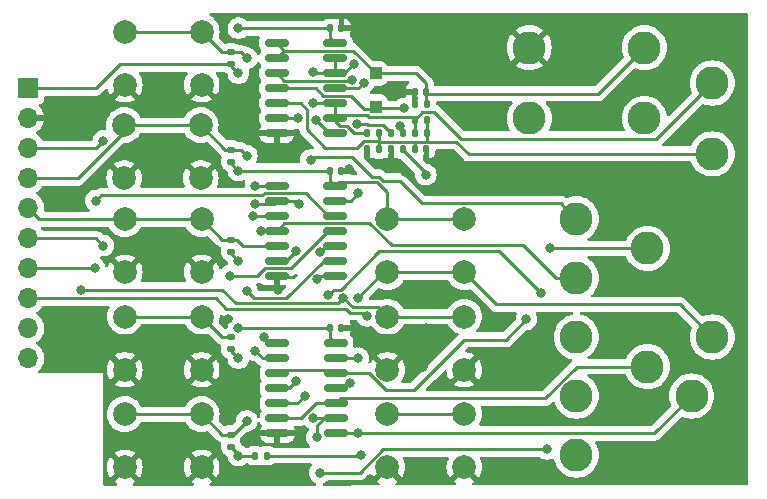
<source format=gbr>
%TF.GenerationSoftware,KiCad,Pcbnew,8.0.4*%
%TF.CreationDate,2024-08-21T15:33:42+10:00*%
%TF.ProjectId,micromod-reset,6d696372-6f6d-46f6-942d-72657365742e,rev?*%
%TF.SameCoordinates,Original*%
%TF.FileFunction,Copper,L1,Top*%
%TF.FilePolarity,Positive*%
%FSLAX46Y46*%
G04 Gerber Fmt 4.6, Leading zero omitted, Abs format (unit mm)*
G04 Created by KiCad (PCBNEW 8.0.4) date 2024-08-21 15:33:42*
%MOMM*%
%LPD*%
G01*
G04 APERTURE LIST*
G04 Aperture macros list*
%AMRoundRect*
0 Rectangle with rounded corners*
0 $1 Rounding radius*
0 $2 $3 $4 $5 $6 $7 $8 $9 X,Y pos of 4 corners*
0 Add a 4 corners polygon primitive as box body*
4,1,4,$2,$3,$4,$5,$6,$7,$8,$9,$2,$3,0*
0 Add four circle primitives for the rounded corners*
1,1,$1+$1,$2,$3*
1,1,$1+$1,$4,$5*
1,1,$1+$1,$6,$7*
1,1,$1+$1,$8,$9*
0 Add four rect primitives between the rounded corners*
20,1,$1+$1,$2,$3,$4,$5,0*
20,1,$1+$1,$4,$5,$6,$7,0*
20,1,$1+$1,$6,$7,$8,$9,0*
20,1,$1+$1,$8,$9,$2,$3,0*%
G04 Aperture macros list end*
%TA.AperFunction,ComponentPad*%
%ADD10C,2.800000*%
%TD*%
%TA.AperFunction,SMDPad,CuDef*%
%ADD11RoundRect,0.135000X-0.135000X-0.185000X0.135000X-0.185000X0.135000X0.185000X-0.135000X0.185000X0*%
%TD*%
%TA.AperFunction,SMDPad,CuDef*%
%ADD12RoundRect,0.135000X0.185000X-0.135000X0.185000X0.135000X-0.185000X0.135000X-0.185000X-0.135000X0*%
%TD*%
%TA.AperFunction,SMDPad,CuDef*%
%ADD13RoundRect,0.150000X-0.825000X-0.150000X0.825000X-0.150000X0.825000X0.150000X-0.825000X0.150000X0*%
%TD*%
%TA.AperFunction,ComponentPad*%
%ADD14C,2.000000*%
%TD*%
%TA.AperFunction,SMDPad,CuDef*%
%ADD15RoundRect,0.140000X-0.140000X-0.170000X0.140000X-0.170000X0.140000X0.170000X-0.140000X0.170000X0*%
%TD*%
%TA.AperFunction,SMDPad,CuDef*%
%ADD16RoundRect,0.135000X0.135000X0.185000X-0.135000X0.185000X-0.135000X-0.185000X0.135000X-0.185000X0*%
%TD*%
%TA.AperFunction,ComponentPad*%
%ADD17R,1.700000X1.700000*%
%TD*%
%TA.AperFunction,ComponentPad*%
%ADD18O,1.700000X1.700000*%
%TD*%
%TA.AperFunction,SMDPad,CuDef*%
%ADD19RoundRect,0.250000X-0.300000X0.300000X-0.300000X-0.300000X0.300000X-0.300000X0.300000X0.300000X0*%
%TD*%
%TA.AperFunction,SMDPad,CuDef*%
%ADD20RoundRect,0.140000X0.140000X0.170000X-0.140000X0.170000X-0.140000X-0.170000X0.140000X-0.170000X0*%
%TD*%
%TA.AperFunction,ViaPad*%
%ADD21C,0.800000*%
%TD*%
%TA.AperFunction,Conductor*%
%ADD22C,0.250000*%
%TD*%
G04 APERTURE END LIST*
D10*
%TO.P,TP14,1,1*%
%TO.N,GND*%
X149000000Y-51500000D03*
%TD*%
D11*
%TO.P,R5,1*%
%TO.N,/OSC_OUT*%
X135290000Y-58700000D03*
%TO.P,R5,2*%
%TO.N,/OSC_RC*%
X136310000Y-58700000D03*
%TD*%
D12*
%TO.P,R11,1*%
%TO.N,+3V3*%
X123735000Y-68780000D03*
%TO.P,R11,2*%
%TO.N,k03*%
X123735000Y-67760000D03*
%TD*%
D10*
%TO.P,TP5,1,1*%
%TO.N,/~{k05}*%
X153000000Y-86000000D03*
%TD*%
D13*
%TO.P,U2,1*%
%TO.N,/BOOT_RC*%
X127610000Y-51125000D03*
%TO.P,U2,2*%
X127610000Y-52395000D03*
%TO.P,U2,3*%
%TO.N,nBOOT*%
X127610000Y-53665000D03*
%TO.P,U2,4*%
%TO.N,/~{k01}&&~{k02}&&~{k03}&&~{k04}&&~{k05}*%
X127610000Y-54935000D03*
%TO.P,U2,5*%
%TO.N,/OSC_RC*%
X127610000Y-56205000D03*
%TO.P,U2,6*%
%TO.N,/OSC_OUT*%
X127610000Y-57475000D03*
%TO.P,U2,7,GND*%
%TO.N,GND*%
X127610000Y-58745000D03*
%TO.P,U2,8*%
%TO.N,/~{OSC_OUT}*%
X132560000Y-58745000D03*
%TO.P,U2,9*%
%TO.N,/OSC_OUT*%
X132560000Y-57475000D03*
%TO.P,U2,10*%
X132560000Y-56205000D03*
%TO.P,U2,11*%
%TO.N,nRESET*%
X132560000Y-54935000D03*
%TO.P,U2,12*%
%TO.N,/~{OSC_OUT}*%
X132560000Y-53665000D03*
%TO.P,U2,13*%
X132560000Y-52395000D03*
%TO.P,U2,14,VCC*%
%TO.N,+3V3*%
X132560000Y-51125000D03*
%TD*%
D14*
%TO.P,SW1,1,1*%
%TO.N,+3V3*%
X136995000Y-66020000D03*
X143495000Y-66020000D03*
%TO.P,SW1,2,2*%
%TO.N,/~{k01}&&~{k02}&&~{k03}&&~{k04}&&~{k05}*%
X136995000Y-70520000D03*
X143495000Y-70520000D03*
%TD*%
D12*
%TO.P,R10,1*%
%TO.N,+3V3*%
X123735000Y-61160000D03*
%TO.P,R10,2*%
%TO.N,k02*%
X123735000Y-60140000D03*
%TD*%
D11*
%TO.P,R2,1*%
%TO.N,GND*%
X137290000Y-60100000D03*
%TO.P,R2,2*%
%TO.N,/~{k01}&&~{k02}&&~{k03}&&~{k04}&&~{k05}*%
X138310000Y-60100000D03*
%TD*%
D14*
%TO.P,SW3,1,1*%
%TO.N,nRESET*%
X136995000Y-82530000D03*
X143495000Y-82530000D03*
%TO.P,SW3,2,2*%
%TO.N,GND*%
X136995000Y-87030000D03*
X143495000Y-87030000D03*
%TD*%
D12*
%TO.P,R13,1*%
%TO.N,+3V3*%
X123735000Y-85290000D03*
%TO.P,R13,2*%
%TO.N,k05*%
X123735000Y-84270000D03*
%TD*%
D14*
%TO.P,SW4,1,1*%
%TO.N,k01*%
X114770000Y-50145000D03*
X121270000Y-50145000D03*
%TO.P,SW4,2,2*%
%TO.N,GND*%
X114770000Y-54645000D03*
X121270000Y-54645000D03*
%TD*%
D10*
%TO.P,TP8,1,1*%
%TO.N,~{k03}&&~{k04}&&~{k05}*%
X162750000Y-81000000D03*
%TD*%
%TO.P,TP2,1,1*%
%TO.N,/~{k02}*%
X153000000Y-71000000D03*
%TD*%
D11*
%TO.P,R3,1*%
%TO.N,GND*%
X139290000Y-56250000D03*
%TO.P,R3,2*%
%TO.N,/BOOT_RC*%
X140310000Y-56250000D03*
%TD*%
%TO.P,R7,1*%
%TO.N,/OSC_OUT*%
X139290000Y-58700000D03*
%TO.P,R7,2*%
%TO.N,/OSC_RC*%
X140310000Y-58700000D03*
%TD*%
D10*
%TO.P,TP12,1,1*%
%TO.N,/OSC_RC*%
X164500000Y-60500000D03*
%TD*%
D15*
%TO.P,C3,1*%
%TO.N,+3V3*%
X132145000Y-75255000D03*
%TO.P,C3,2*%
%TO.N,GND*%
X133105000Y-75255000D03*
%TD*%
D10*
%TO.P,TP3,1,1*%
%TO.N,/~{k03}*%
X153000000Y-76000000D03*
%TD*%
D11*
%TO.P,R8,1*%
%TO.N,GND*%
X135290000Y-60100000D03*
%TO.P,R8,2*%
%TO.N,/OSC_RC*%
X136310000Y-60100000D03*
%TD*%
D16*
%TO.P,R4,1*%
%TO.N,nRESET*%
X126785000Y-86050000D03*
%TO.P,R4,2*%
%TO.N,+3V3*%
X125765000Y-86050000D03*
%TD*%
D10*
%TO.P,TP10,1,1*%
%TO.N,/BOOT_RC*%
X158750000Y-51500000D03*
%TD*%
D14*
%TO.P,SW5,1,1*%
%TO.N,k02*%
X114695000Y-58055000D03*
X121195000Y-58055000D03*
%TO.P,SW5,2,2*%
%TO.N,GND*%
X114695000Y-62555000D03*
X121195000Y-62555000D03*
%TD*%
D12*
%TO.P,R12,1*%
%TO.N,+3V3*%
X123735000Y-77035000D03*
%TO.P,R12,2*%
%TO.N,k04*%
X123735000Y-76015000D03*
%TD*%
D13*
%TO.P,U1,1*%
%TO.N,k01*%
X127610000Y-63190000D03*
%TO.P,U1,2*%
%TO.N,/~{k01}*%
X127610000Y-64460000D03*
%TO.P,U1,3*%
%TO.N,k02*%
X127610000Y-65730000D03*
%TO.P,U1,4*%
%TO.N,/~{k02}*%
X127610000Y-67000000D03*
%TO.P,U1,5*%
%TO.N,k03*%
X127610000Y-68270000D03*
%TO.P,U1,6*%
%TO.N,/~{k03}*%
X127610000Y-69540000D03*
%TO.P,U1,7,GND*%
%TO.N,GND*%
X127610000Y-70810000D03*
%TO.P,U1,8*%
%TO.N,/~{k05}*%
X132560000Y-70810000D03*
%TO.P,U1,9*%
%TO.N,k05*%
X132560000Y-69540000D03*
%TO.P,U1,10*%
%TO.N,/~{k04}*%
X132560000Y-68270000D03*
%TO.P,U1,11*%
%TO.N,k04*%
X132560000Y-67000000D03*
%TO.P,U1,12*%
%TO.N,BOOT*%
X132560000Y-65730000D03*
%TO.P,U1,13*%
%TO.N,nBOOT*%
X132560000Y-64460000D03*
%TO.P,U1,14,VCC*%
%TO.N,+3V3*%
X132560000Y-63190000D03*
%TD*%
D10*
%TO.P,TP6,1,1*%
%TO.N,~{k03}&&~{k04}*%
X159000000Y-78500000D03*
%TD*%
D11*
%TO.P,R6,1*%
%TO.N,/OSC_OUT*%
X139290000Y-57600000D03*
%TO.P,R6,2*%
%TO.N,/OSC_RC*%
X140310000Y-57600000D03*
%TD*%
D17*
%TO.P,J1,1,Pin_1*%
%TO.N,+3V3*%
X106590000Y-54935000D03*
D18*
%TO.P,J1,2,Pin_2*%
%TO.N,GND*%
X106590000Y-57475000D03*
%TO.P,J1,3,Pin_3*%
%TO.N,k01*%
X106590000Y-60015000D03*
%TO.P,J1,4,Pin_4*%
%TO.N,k02*%
X106590000Y-62555000D03*
%TO.P,J1,5,Pin_5*%
%TO.N,k03*%
X106590000Y-65095000D03*
%TO.P,J1,6,Pin_6*%
%TO.N,k04*%
X106590000Y-67635000D03*
%TO.P,J1,7,Pin_7*%
%TO.N,k05*%
X106590000Y-70175000D03*
%TO.P,J1,8,Pin_8*%
%TO.N,nRESET*%
X106590000Y-72715000D03*
%TO.P,J1,9,Pin_9*%
%TO.N,BOOT*%
X106590000Y-75255000D03*
%TO.P,J1,10,Pin_10*%
%TO.N,nBOOT*%
X106590000Y-77795000D03*
%TD*%
D12*
%TO.P,R9,1*%
%TO.N,+3V3*%
X123735000Y-52905000D03*
%TO.P,R9,2*%
%TO.N,k01*%
X123735000Y-51885000D03*
%TD*%
D10*
%TO.P,TP1,1,1*%
%TO.N,/~{k01}*%
X153000000Y-66000000D03*
%TD*%
%TO.P,TP11,1,1*%
%TO.N,/OSC_OUT*%
X164500000Y-54500000D03*
%TD*%
%TO.P,TP9,1,1*%
%TO.N,/~{k01}&&~{k02}&&~{k03}&&~{k04}&&~{k05}*%
X164500000Y-76000000D03*
%TD*%
D14*
%TO.P,SW6,1,1*%
%TO.N,k03*%
X114770000Y-66020000D03*
X121270000Y-66020000D03*
%TO.P,SW6,2,2*%
%TO.N,GND*%
X114770000Y-70520000D03*
X121270000Y-70520000D03*
%TD*%
D10*
%TO.P,TP13,1,1*%
%TO.N,/~{OSC_OUT}*%
X158750000Y-57500000D03*
%TD*%
%TO.P,TP7,1,1*%
%TO.N,~{k01}&&~{k02}*%
X159000000Y-68500000D03*
%TD*%
D15*
%TO.P,C5,1*%
%TO.N,+3V3*%
X132145000Y-49855000D03*
%TO.P,C5,2*%
%TO.N,GND*%
X133105000Y-49855000D03*
%TD*%
D10*
%TO.P,TP15,1,1*%
%TO.N,+3V3*%
X149000000Y-57500000D03*
%TD*%
D11*
%TO.P,R1,1*%
%TO.N,nBOOT*%
X137290000Y-58700000D03*
%TO.P,R1,2*%
%TO.N,+3V3*%
X138310000Y-58700000D03*
%TD*%
D15*
%TO.P,C4,1*%
%TO.N,/OSC_RC*%
X139320000Y-60100000D03*
%TO.P,C4,2*%
%TO.N,GND*%
X140280000Y-60100000D03*
%TD*%
D19*
%TO.P,D1,1,K*%
%TO.N,/BOOT_RC*%
X135990000Y-53690000D03*
%TO.P,D1,2,A*%
%TO.N,/~{k01}&&~{k02}&&~{k03}&&~{k04}&&~{k05}*%
X135990000Y-56490000D03*
%TD*%
D14*
%TO.P,SW2,1,1*%
%TO.N,nBOOT*%
X136995000Y-74275000D03*
X143495000Y-74275000D03*
%TO.P,SW2,2,2*%
%TO.N,GND*%
X136995000Y-78775000D03*
X143495000Y-78775000D03*
%TD*%
D15*
%TO.P,C2,1*%
%TO.N,+3V3*%
X132145000Y-61920000D03*
%TO.P,C2,2*%
%TO.N,GND*%
X133105000Y-61920000D03*
%TD*%
D14*
%TO.P,SW8,1,1*%
%TO.N,k05*%
X114770000Y-82530000D03*
X121270000Y-82530000D03*
%TO.P,SW8,2,2*%
%TO.N,GND*%
X114770000Y-87030000D03*
X121270000Y-87030000D03*
%TD*%
%TO.P,SW7,1,1*%
%TO.N,k04*%
X114770000Y-74275000D03*
X121270000Y-74275000D03*
%TO.P,SW7,2,2*%
%TO.N,GND*%
X114770000Y-78775000D03*
X121270000Y-78775000D03*
%TD*%
D20*
%TO.P,C1,1*%
%TO.N,/BOOT_RC*%
X140280000Y-55250000D03*
%TO.P,C1,2*%
%TO.N,GND*%
X139320000Y-55250000D03*
%TD*%
D10*
%TO.P,TP4,1,1*%
%TO.N,/~{k04}*%
X153000000Y-81000000D03*
%TD*%
D13*
%TO.P,U3,1*%
%TO.N,/~{k01}*%
X127675000Y-76525000D03*
%TO.P,U3,2*%
%TO.N,/~{k02}*%
X127675000Y-77795000D03*
%TO.P,U3,3*%
%TO.N,~{k01}&&~{k02}*%
X127675000Y-79065000D03*
%TO.P,U3,4*%
%TO.N,/~{k03}*%
X127675000Y-80335000D03*
%TO.P,U3,5*%
%TO.N,/~{k04}*%
X127675000Y-81605000D03*
%TO.P,U3,6*%
%TO.N,~{k03}&&~{k04}*%
X127675000Y-82875000D03*
%TO.P,U3,7,GND*%
%TO.N,GND*%
X127675000Y-84145000D03*
%TO.P,U3,8*%
%TO.N,~{k03}&&~{k04}&&~{k05}*%
X132625000Y-84145000D03*
%TO.P,U3,9*%
%TO.N,/~{k05}*%
X132625000Y-82875000D03*
%TO.P,U3,10*%
%TO.N,~{k03}&&~{k04}*%
X132625000Y-81605000D03*
%TO.P,U3,11*%
%TO.N,/~{k01}&&~{k02}&&~{k03}&&~{k04}&&~{k05}*%
X132625000Y-80335000D03*
%TO.P,U3,12*%
%TO.N,~{k01}&&~{k02}*%
X132625000Y-79065000D03*
%TO.P,U3,13*%
%TO.N,~{k03}&&~{k04}&&~{k05}*%
X132625000Y-77795000D03*
%TO.P,U3,14,VCC*%
%TO.N,+3V3*%
X132625000Y-76525000D03*
%TD*%
D21*
%TO.N,GND*%
X118750000Y-76500000D03*
X154250000Y-52750000D03*
X127750000Y-60500000D03*
X123500000Y-74500000D03*
X135500000Y-88000000D03*
X140250000Y-72000000D03*
X134500000Y-76500000D03*
X140000000Y-78500000D03*
X140250000Y-75250000D03*
X125300000Y-84600000D03*
X149000000Y-62500000D03*
X123250000Y-56500000D03*
X145000000Y-57250000D03*
X127725000Y-71990000D03*
X138750000Y-88000000D03*
X142250000Y-61000000D03*
X133750000Y-61750000D03*
X138500000Y-62000000D03*
X148500000Y-78500000D03*
X137500000Y-55250000D03*
%TO.N,k04*%
X112940000Y-68270000D03*
X123645000Y-70810000D03*
%TO.N,nRESET*%
X134988622Y-54470274D03*
X135255000Y-74225000D03*
X134750000Y-86000000D03*
%TO.N,k01*%
X125095000Y-52395000D03*
X125820000Y-63190000D03*
X112940000Y-59380000D03*
%TO.N,+3V3*%
X124370000Y-53665000D03*
X138030092Y-58097619D03*
X124370000Y-77795000D03*
X124370000Y-75255000D03*
X124370000Y-69540000D03*
X124370000Y-86050000D03*
X124370000Y-49855000D03*
X124370000Y-61920000D03*
%TO.N,k02*%
X125095000Y-60650000D03*
X125640000Y-65730000D03*
%TO.N,BOOT*%
X112305000Y-64460000D03*
%TO.N,k05*%
X112215000Y-70175000D03*
X125095000Y-83100000D03*
X125095000Y-72080000D03*
%TO.N,nBOOT*%
X134443192Y-57951978D03*
X133260000Y-72715000D03*
X111035000Y-71990000D03*
X134530000Y-63825000D03*
X134023086Y-54210000D03*
%TO.N,/~{k03}*%
X129254847Y-68709847D03*
X132000000Y-72440000D03*
X129270000Y-79700000D03*
X150000000Y-72250000D03*
%TO.N,/~{k01}&&~{k02}&&~{k03}&&~{k04}&&~{k05}*%
X140245000Y-62250000D03*
X134485000Y-72670000D03*
X138400000Y-56647619D03*
X133805000Y-79877932D03*
%TO.N,/~{k01}*%
X130500000Y-61000000D03*
X125820000Y-64717345D03*
X126545000Y-75980000D03*
X129500000Y-64750000D03*
%TO.N,/~{k02}*%
X126275000Y-67000000D03*
X125820000Y-77160000D03*
%TO.N,/~{k04}*%
X131250000Y-87500000D03*
X129995000Y-80970000D03*
X131286684Y-68787605D03*
X150500000Y-85500000D03*
%TO.N,/~{k05}*%
X131030153Y-71120154D03*
X130720000Y-82875000D03*
X131000000Y-84500000D03*
%TO.N,~{k01}&&~{k02}*%
X150750000Y-68500000D03*
X148750000Y-74500000D03*
%TO.N,~{k03}&&~{k04}&&~{k05}*%
X134530000Y-77795000D03*
X134530000Y-84145000D03*
%TO.N,/OSC_OUT*%
X130720000Y-56205000D03*
X129450000Y-57475000D03*
%TO.N,/~{OSC_OUT}*%
X134137347Y-52862653D03*
X130985057Y-57648025D03*
X130720000Y-53575000D03*
%TD*%
D22*
%TO.N,GND*%
X127610000Y-71875000D02*
X127725000Y-71990000D01*
X127610000Y-70810000D02*
X127610000Y-71875000D01*
%TO.N,k04*%
X123645000Y-70810000D02*
X125959092Y-70810000D01*
X131990000Y-67000000D02*
X132560000Y-67000000D01*
X125959092Y-70810000D02*
X126604092Y-70165000D01*
X106590000Y-67635000D02*
X112305000Y-67635000D01*
X128825000Y-70165000D02*
X131990000Y-67000000D01*
X123010000Y-76015000D02*
X123735000Y-76015000D01*
X121270000Y-74275000D02*
X123010000Y-76015000D01*
X112305000Y-67635000D02*
X112940000Y-68270000D01*
X126604092Y-70165000D02*
X128825000Y-70165000D01*
X114770000Y-74275000D02*
X121270000Y-74275000D01*
%TO.N,nRESET*%
X133523604Y-73615000D02*
X123365000Y-73615000D01*
X123365000Y-73615000D02*
X122465000Y-72715000D01*
X122465000Y-72715000D02*
X106590000Y-72715000D01*
X134980000Y-73950000D02*
X133858604Y-73950000D01*
X132500000Y-86050000D02*
X134700000Y-86050000D01*
X134988622Y-54470274D02*
X134523896Y-54935000D01*
X133858604Y-73950000D02*
X133523604Y-73615000D01*
X135255000Y-74225000D02*
X134980000Y-73950000D01*
X134523896Y-54935000D02*
X132560000Y-54935000D01*
X136995000Y-82530000D02*
X143495000Y-82530000D01*
X126785000Y-86050000D02*
X132500000Y-86050000D01*
X134700000Y-86050000D02*
X134750000Y-86000000D01*
%TO.N,k01*%
X114770000Y-50145000D02*
X121270000Y-50145000D01*
X123735000Y-51885000D02*
X124585000Y-51885000D01*
X106590000Y-60015000D02*
X112305000Y-60015000D01*
X123010000Y-51885000D02*
X123735000Y-51885000D01*
X124585000Y-51885000D02*
X125095000Y-52395000D01*
X125820000Y-63190000D02*
X127610000Y-63190000D01*
X112305000Y-60015000D02*
X112940000Y-59380000D01*
X121270000Y-50145000D02*
X123010000Y-51885000D01*
%TO.N,+3V3*%
X123735000Y-68780000D02*
X123735000Y-68905000D01*
X132145000Y-49855000D02*
X132145000Y-50710000D01*
X132145000Y-75255000D02*
X124370000Y-75255000D01*
X123735000Y-61160000D02*
X123735000Y-61285000D01*
X132145000Y-49855000D02*
X124370000Y-49855000D01*
X112305000Y-54935000D02*
X106590000Y-54935000D01*
X132145000Y-61920000D02*
X132145000Y-62775000D01*
X124370000Y-85925000D02*
X123735000Y-85290000D01*
X132145000Y-75255000D02*
X132145000Y-76045000D01*
X132860000Y-62890000D02*
X136135000Y-62890000D01*
X123735000Y-77160000D02*
X124370000Y-77795000D01*
X138310000Y-58377527D02*
X138310000Y-58700000D01*
X132145000Y-61920000D02*
X124370000Y-61920000D01*
X123735000Y-52905000D02*
X114335000Y-52905000D01*
X123735000Y-53030000D02*
X124370000Y-53665000D01*
X136995000Y-63750000D02*
X136995000Y-66020000D01*
X123735000Y-68905000D02*
X124370000Y-69540000D01*
X124370000Y-86050000D02*
X124370000Y-85925000D01*
X123735000Y-77035000D02*
X123735000Y-77160000D01*
X123735000Y-52905000D02*
X123735000Y-53030000D01*
X132145000Y-62775000D02*
X132560000Y-63190000D01*
X123735000Y-61285000D02*
X124370000Y-61920000D01*
X138030092Y-58097619D02*
X138310000Y-58377527D01*
X132560000Y-63190000D02*
X132860000Y-62890000D01*
X125765000Y-86050000D02*
X124370000Y-86050000D01*
X136995000Y-66020000D02*
X143495000Y-66020000D01*
X114335000Y-52905000D02*
X112305000Y-54935000D01*
X132145000Y-76045000D02*
X132625000Y-76525000D01*
X132145000Y-50710000D02*
X132560000Y-51125000D01*
X136135000Y-62890000D02*
X136995000Y-63750000D01*
%TO.N,k03*%
X123735000Y-67760000D02*
X124245000Y-67760000D01*
X124245000Y-67760000D02*
X124755000Y-68270000D01*
X123010000Y-67760000D02*
X123735000Y-67760000D01*
X106590000Y-65095000D02*
X107515000Y-66020000D01*
X121270000Y-66020000D02*
X123010000Y-67760000D01*
X114770000Y-66020000D02*
X121270000Y-66020000D01*
X107515000Y-66020000D02*
X114770000Y-66020000D01*
X124755000Y-68270000D02*
X127610000Y-68270000D01*
%TO.N,k02*%
X110790305Y-62555000D02*
X114695000Y-58650305D01*
X125640000Y-65730000D02*
X127610000Y-65730000D01*
X124585000Y-60140000D02*
X125095000Y-60650000D01*
X123280000Y-60140000D02*
X123735000Y-60140000D01*
X123735000Y-60140000D02*
X124585000Y-60140000D01*
X121195000Y-58055000D02*
X123280000Y-60140000D01*
X114695000Y-58650305D02*
X114695000Y-58055000D01*
X106590000Y-62555000D02*
X110790305Y-62555000D01*
X114695000Y-58055000D02*
X121195000Y-58055000D01*
%TO.N,BOOT*%
X112305000Y-64460000D02*
X112772655Y-63992345D01*
X112772655Y-63992345D02*
X126426747Y-63992345D01*
X130095000Y-63835000D02*
X131990000Y-65730000D01*
X131990000Y-65730000D02*
X132560000Y-65730000D01*
X126584092Y-63835000D02*
X130095000Y-63835000D01*
X126426747Y-63992345D02*
X126584092Y-63835000D01*
%TO.N,k05*%
X125095000Y-83100000D02*
X123925000Y-84270000D01*
X121270000Y-82530000D02*
X123010000Y-84270000D01*
X123010000Y-84270000D02*
X123735000Y-84270000D01*
X123925000Y-84270000D02*
X123735000Y-84270000D01*
X131585001Y-69540000D02*
X132560000Y-69540000D01*
X114770000Y-82530000D02*
X121270000Y-82530000D01*
X125095000Y-72080000D02*
X125730000Y-72715000D01*
X125730000Y-72715000D02*
X128410001Y-72715000D01*
X128410001Y-72715000D02*
X131585001Y-69540000D01*
X106590000Y-70175000D02*
X112215000Y-70175000D01*
%TO.N,nBOOT*%
X133260000Y-72715000D02*
X132810000Y-73165000D01*
X134023086Y-54210000D02*
X133933086Y-54300000D01*
X123010000Y-71990000D02*
X111035000Y-71990000D01*
X136645000Y-58055000D02*
X137290000Y-58700000D01*
X132810000Y-73165000D02*
X124185000Y-73165000D01*
X124185000Y-73165000D02*
X123010000Y-71990000D01*
X135355000Y-58055000D02*
X136645000Y-58055000D01*
X135251978Y-57951978D02*
X135355000Y-58055000D01*
X134530000Y-63825000D02*
X133895000Y-64460000D01*
X133933086Y-54300000D02*
X128245000Y-54300000D01*
X136220000Y-73500000D02*
X136995000Y-74275000D01*
X128245000Y-54300000D02*
X127610000Y-53665000D01*
X134443192Y-57951978D02*
X135251978Y-57951978D01*
X136995000Y-74275000D02*
X143495000Y-74275000D01*
X134045000Y-73500000D02*
X136220000Y-73500000D01*
X133895000Y-64460000D02*
X132560000Y-64460000D01*
X133260000Y-72715000D02*
X134045000Y-73500000D01*
%TO.N,/~{k03}*%
X133030908Y-71990000D02*
X136320908Y-68700000D01*
X132450000Y-71990000D02*
X133030908Y-71990000D01*
X129254847Y-68709847D02*
X128424694Y-69540000D01*
X136320908Y-68700000D02*
X146450000Y-68700000D01*
X128635000Y-80335000D02*
X129270000Y-79700000D01*
X132000000Y-72440000D02*
X132450000Y-71990000D01*
X127675000Y-80335000D02*
X128635000Y-80335000D01*
X128424694Y-69540000D02*
X127610000Y-69540000D01*
X146450000Y-68700000D02*
X150000000Y-72250000D01*
%TO.N,/~{k01}&&~{k02}&&~{k03}&&~{k04}&&~{k05}*%
X127610000Y-54935000D02*
X130909092Y-54935000D01*
X138310000Y-60210000D02*
X138310000Y-60100000D01*
X146225000Y-73250000D02*
X161750000Y-73250000D01*
X136147619Y-56647619D02*
X135990000Y-56490000D01*
X161750000Y-73250000D02*
X164500000Y-76000000D01*
X136635000Y-70520000D02*
X136995000Y-70520000D01*
X131544092Y-55570000D02*
X133895000Y-55570000D01*
X133347932Y-80335000D02*
X133805000Y-79877932D01*
X138400000Y-56647619D02*
X136147619Y-56647619D01*
X132625000Y-80335000D02*
X133347932Y-80335000D01*
X143495000Y-70520000D02*
X146225000Y-73250000D01*
X140245000Y-62145000D02*
X138310000Y-60210000D01*
X135050000Y-56725000D02*
X135755000Y-56725000D01*
X136995000Y-70520000D02*
X143495000Y-70520000D01*
X133895000Y-55570000D02*
X135050000Y-56725000D01*
X140245000Y-62250000D02*
X140245000Y-62145000D01*
X134485000Y-72670000D02*
X136635000Y-70520000D01*
X135755000Y-56725000D02*
X135990000Y-56490000D01*
X130909092Y-54935000D02*
X131544092Y-55570000D01*
%TO.N,/~{k01}*%
X135690000Y-62440000D02*
X134000000Y-60750000D01*
X136321396Y-62440000D02*
X135690000Y-62440000D01*
X129210000Y-64460000D02*
X129500000Y-64750000D01*
X136649594Y-62768198D02*
X136321396Y-62440000D01*
X130750000Y-60750000D02*
X130500000Y-61000000D01*
X138018198Y-62768198D02*
X136649594Y-62768198D01*
X139945000Y-64695000D02*
X138018198Y-62768198D01*
X127352655Y-64717345D02*
X127610000Y-64460000D01*
X153000000Y-66000000D02*
X151695000Y-64695000D01*
X127090000Y-76525000D02*
X126545000Y-75980000D01*
X151695000Y-64695000D02*
X139945000Y-64695000D01*
X134000000Y-60750000D02*
X130750000Y-60750000D01*
X127610000Y-64460000D02*
X129210000Y-64460000D01*
X125820000Y-64717345D02*
X127352655Y-64717345D01*
X127675000Y-76525000D02*
X127090000Y-76525000D01*
%TO.N,/~{k02}*%
X126275000Y-67000000D02*
X127610000Y-67000000D01*
X127675000Y-77795000D02*
X126455000Y-77795000D01*
X137351167Y-68250000D02*
X148500000Y-68250000D01*
X127610000Y-67000000D02*
X128235000Y-66375000D01*
X151250000Y-71000000D02*
X153000000Y-71000000D01*
X128235000Y-66375000D02*
X135476167Y-66375000D01*
X135476167Y-66375000D02*
X137351167Y-68250000D01*
X126455000Y-77795000D02*
X125820000Y-77160000D01*
X148500000Y-68250000D02*
X151250000Y-71000000D01*
%TO.N,/~{k04}*%
X131250000Y-87500000D02*
X134651167Y-87500000D01*
X129360000Y-81605000D02*
X129995000Y-80970000D01*
X136651167Y-85500000D02*
X150500000Y-85500000D01*
X131286684Y-68787605D02*
X131804289Y-68270000D01*
X134651167Y-87500000D02*
X136651167Y-85500000D01*
X131804289Y-68270000D02*
X132560000Y-68270000D01*
X127675000Y-81605000D02*
X129360000Y-81605000D01*
%TO.N,/~{k05}*%
X131000000Y-83525001D02*
X131000000Y-84500000D01*
X131030153Y-71120154D02*
X131340307Y-70810000D01*
X132625000Y-82875000D02*
X130720000Y-82875000D01*
X132625000Y-82875000D02*
X131650001Y-82875000D01*
X131340307Y-70810000D02*
X132560000Y-70810000D01*
X131650001Y-82875000D02*
X131000000Y-83525001D01*
%TO.N,~{k03}&&~{k04}*%
X133025000Y-81205000D02*
X150355481Y-81205000D01*
X132625000Y-81605000D02*
X133025000Y-81205000D01*
X153060481Y-78500000D02*
X159000000Y-78500000D01*
X150355481Y-81205000D02*
X153060481Y-78500000D01*
X130964695Y-81605000D02*
X132625000Y-81605000D01*
X127675000Y-82875000D02*
X129694695Y-82875000D01*
X129694695Y-82875000D02*
X130964695Y-81605000D01*
%TO.N,~{k01}&&~{k02}*%
X127675000Y-79065000D02*
X127975000Y-78765000D01*
X143500000Y-76250000D02*
X147000000Y-76250000D01*
X150750000Y-68500000D02*
X159000000Y-68500000D01*
X132625000Y-79065000D02*
X135411167Y-79065000D01*
X147000000Y-76250000D02*
X148750000Y-74500000D01*
X136846167Y-80500000D02*
X139250000Y-80500000D01*
X139250000Y-80500000D02*
X143500000Y-76250000D01*
X132325000Y-78765000D02*
X132625000Y-79065000D01*
X127975000Y-78765000D02*
X132325000Y-78765000D01*
X135411167Y-79065000D02*
X136846167Y-80500000D01*
%TO.N,~{k03}&&~{k04}&&~{k05}*%
X131990000Y-84145000D02*
X134530000Y-84145000D01*
X134530000Y-84145000D02*
X159605000Y-84145000D01*
X159605000Y-84145000D02*
X162750000Y-81000000D01*
X132625000Y-84145000D02*
X131990000Y-84145000D01*
X134530000Y-77795000D02*
X132625000Y-77795000D01*
%TO.N,/BOOT_RC*%
X135990000Y-53690000D02*
X139440000Y-53690000D01*
X154850000Y-55400000D02*
X158750000Y-51500000D01*
X140430000Y-55400000D02*
X154850000Y-55400000D01*
X127610000Y-52395000D02*
X128255000Y-51750000D01*
X140280000Y-54530000D02*
X140280000Y-55250000D01*
X140280000Y-56220000D02*
X140310000Y-56250000D01*
X140280000Y-55250000D02*
X140430000Y-55400000D01*
X127610000Y-51125000D02*
X128235000Y-51750000D01*
X140280000Y-55250000D02*
X140280000Y-56220000D01*
X128235000Y-51750000D02*
X128815000Y-51750000D01*
X128255000Y-51750000D02*
X128815000Y-51750000D01*
X134050000Y-51750000D02*
X128815000Y-51750000D01*
X139440000Y-53690000D02*
X140280000Y-54530000D01*
X135990000Y-53690000D02*
X134050000Y-51750000D01*
%TO.N,/OSC_RC*%
X139320000Y-60100000D02*
X139320000Y-59500000D01*
X134415720Y-60000000D02*
X135035720Y-59380000D01*
X140310000Y-59455000D02*
X142818604Y-59455000D01*
X136400000Y-58790000D02*
X136310000Y-58700000D01*
X143863604Y-60500000D02*
X164500000Y-60500000D01*
X136310000Y-60100000D02*
X136310000Y-58700000D01*
X129639092Y-56205000D02*
X130175000Y-56740908D01*
X127610000Y-56205000D02*
X129639092Y-56205000D01*
X136310000Y-59390000D02*
X136375000Y-59455000D01*
X136375000Y-59455000D02*
X140310000Y-59455000D01*
X130175000Y-58425000D02*
X131750000Y-60000000D01*
X136310000Y-58700000D02*
X136310000Y-59390000D01*
X131750000Y-60000000D02*
X134415720Y-60000000D01*
X135035720Y-59380000D02*
X136400000Y-59380000D01*
X140310000Y-59455000D02*
X140310000Y-58700000D01*
X140310000Y-58700000D02*
X140310000Y-57600000D01*
X130175000Y-56740908D02*
X130175000Y-58425000D01*
X139320000Y-59500000D02*
X139365000Y-59455000D01*
X142818604Y-59455000D02*
X143863604Y-60500000D01*
%TO.N,/OSC_OUT*%
X132560000Y-57475000D02*
X132860000Y-57175000D01*
X130720000Y-56205000D02*
X132560000Y-56205000D01*
X139290000Y-57600000D02*
X139290000Y-58700000D01*
X132860000Y-57175000D02*
X135255305Y-57175000D01*
X139062619Y-57372619D02*
X135452924Y-57372619D01*
X132560000Y-57475000D02*
X132560000Y-57680000D01*
X132560000Y-56205000D02*
X132560000Y-57475000D01*
X133585908Y-58120000D02*
X134165908Y-58700000D01*
X143225000Y-59225000D02*
X140955000Y-56955000D01*
X127610000Y-57475000D02*
X129450000Y-57475000D01*
X159775000Y-59225000D02*
X143225000Y-59225000D01*
X140955000Y-56955000D02*
X139935000Y-56955000D01*
X134165908Y-58700000D02*
X135290000Y-58700000D01*
X133000000Y-58120000D02*
X133585908Y-58120000D01*
X135255305Y-57175000D02*
X135452924Y-57372619D01*
X139290000Y-57600000D02*
X139062619Y-57372619D01*
X139935000Y-56955000D02*
X139290000Y-57600000D01*
X164500000Y-54500000D02*
X159775000Y-59225000D01*
X132560000Y-57680000D02*
X133000000Y-58120000D01*
%TO.N,/~{OSC_OUT}*%
X130810000Y-53665000D02*
X130720000Y-53575000D01*
X133335000Y-53665000D02*
X134137347Y-52862653D01*
X132560000Y-53665000D02*
X132560000Y-52395000D01*
X132560000Y-58745000D02*
X132082032Y-58745000D01*
X132560000Y-53665000D02*
X130810000Y-53665000D01*
X132560000Y-53665000D02*
X133335000Y-53665000D01*
X132082032Y-58745000D02*
X130985057Y-57648025D01*
%TD*%
%TA.AperFunction,Conductor*%
%TO.N,GND*%
G36*
X113414170Y-73368185D02*
G01*
X113459925Y-73420989D01*
X113469869Y-73490147D01*
X113452858Y-73537288D01*
X113435695Y-73565297D01*
X113421757Y-73588042D01*
X113330895Y-73807402D01*
X113330895Y-73807404D01*
X113275465Y-74038285D01*
X113256835Y-74275000D01*
X113275465Y-74511714D01*
X113330895Y-74742595D01*
X113330895Y-74742597D01*
X113421757Y-74961959D01*
X113421759Y-74961962D01*
X113545820Y-75164410D01*
X113545821Y-75164413D01*
X113558165Y-75178866D01*
X113700031Y-75344969D01*
X113839797Y-75464340D01*
X113880586Y-75499178D01*
X113880589Y-75499179D01*
X114083037Y-75623240D01*
X114083040Y-75623242D01*
X114302403Y-75714104D01*
X114302404Y-75714104D01*
X114302406Y-75714105D01*
X114533289Y-75769535D01*
X114770000Y-75788165D01*
X115006711Y-75769535D01*
X115237594Y-75714105D01*
X115237596Y-75714104D01*
X115237597Y-75714104D01*
X115456959Y-75623242D01*
X115456960Y-75623241D01*
X115456963Y-75623240D01*
X115659416Y-75499176D01*
X115839969Y-75344969D01*
X115994176Y-75164416D01*
X116055056Y-75065069D01*
X116114719Y-74967710D01*
X116166531Y-74920835D01*
X116220446Y-74908500D01*
X119819554Y-74908500D01*
X119886593Y-74928185D01*
X119925281Y-74967710D01*
X120045820Y-75164410D01*
X120045821Y-75164413D01*
X120058165Y-75178866D01*
X120200031Y-75344969D01*
X120339797Y-75464340D01*
X120380586Y-75499178D01*
X120380589Y-75499179D01*
X120583037Y-75623240D01*
X120583040Y-75623242D01*
X120802403Y-75714104D01*
X120802404Y-75714104D01*
X120802406Y-75714105D01*
X121033289Y-75769535D01*
X121270000Y-75788165D01*
X121506711Y-75769535D01*
X121731041Y-75715678D01*
X121800820Y-75719169D01*
X121847666Y-75748571D01*
X122606163Y-76507069D01*
X122606166Y-76507072D01*
X122709919Y-76576397D01*
X122709925Y-76576401D01*
X122725311Y-76582774D01*
X122782344Y-76606398D01*
X122782349Y-76606399D01*
X122782351Y-76606400D01*
X122825215Y-76624155D01*
X122825221Y-76624156D01*
X122831047Y-76625924D01*
X122830271Y-76628480D01*
X122881940Y-76655484D01*
X122916536Y-76716187D01*
X122914947Y-76779340D01*
X122909372Y-76798530D01*
X122909370Y-76798538D01*
X122906500Y-76835005D01*
X122906500Y-77234977D01*
X122906501Y-77234999D01*
X122909371Y-77271466D01*
X122909371Y-77271467D01*
X122954729Y-77427591D01*
X122954730Y-77427594D01*
X122954731Y-77427596D01*
X122977180Y-77465556D01*
X123037492Y-77567538D01*
X123037498Y-77567546D01*
X123152453Y-77682501D01*
X123152457Y-77682504D01*
X123152459Y-77682506D01*
X123292404Y-77765269D01*
X123378425Y-77790260D01*
X123437309Y-77827865D01*
X123466516Y-77891338D01*
X123467150Y-77896373D01*
X123476458Y-77984930D01*
X123476459Y-77984932D01*
X123535470Y-78166549D01*
X123535473Y-78166556D01*
X123630960Y-78331944D01*
X123758747Y-78473866D01*
X123913248Y-78586118D01*
X124087712Y-78663794D01*
X124274513Y-78703500D01*
X124465487Y-78703500D01*
X124652288Y-78663794D01*
X124826752Y-78586118D01*
X124981253Y-78473866D01*
X125109040Y-78331944D01*
X125204527Y-78166556D01*
X125243184Y-78047582D01*
X125282620Y-77989909D01*
X125346978Y-77962710D01*
X125411545Y-77972621D01*
X125537712Y-78028794D01*
X125537715Y-78028794D01*
X125537716Y-78028795D01*
X125724513Y-78068500D01*
X125781233Y-78068500D01*
X125848272Y-78088185D01*
X125868914Y-78104819D01*
X126051163Y-78287069D01*
X126051166Y-78287072D01*
X126154919Y-78356397D01*
X126154925Y-78356401D01*
X126217614Y-78382367D01*
X126217615Y-78382367D01*
X126217616Y-78382368D01*
X126232060Y-78388351D01*
X126286464Y-78432191D01*
X126308529Y-78498485D01*
X126291340Y-78566033D01*
X126240855Y-78651397D01*
X126240853Y-78651403D01*
X126194438Y-78811164D01*
X126194437Y-78811170D01*
X126191500Y-78848492D01*
X126191500Y-79281507D01*
X126194437Y-79318829D01*
X126194438Y-79318835D01*
X126240853Y-79478596D01*
X126240855Y-79478601D01*
X126325547Y-79621808D01*
X126327249Y-79624002D01*
X126328047Y-79626034D01*
X126329518Y-79628522D01*
X126329116Y-79628759D01*
X126352783Y-79689039D01*
X126339101Y-79757556D01*
X126327249Y-79775998D01*
X126325547Y-79778191D01*
X126240855Y-79921398D01*
X126240853Y-79921403D01*
X126194438Y-80081164D01*
X126194437Y-80081170D01*
X126191500Y-80118492D01*
X126191500Y-80551507D01*
X126194437Y-80588829D01*
X126194438Y-80588835D01*
X126240853Y-80748596D01*
X126240855Y-80748601D01*
X126325547Y-80891808D01*
X126327249Y-80894002D01*
X126328047Y-80896034D01*
X126329518Y-80898522D01*
X126329116Y-80898759D01*
X126352783Y-80959039D01*
X126339101Y-81027556D01*
X126327249Y-81045998D01*
X126325547Y-81048191D01*
X126240855Y-81191398D01*
X126240853Y-81191403D01*
X126194438Y-81351164D01*
X126194437Y-81351170D01*
X126191500Y-81388492D01*
X126191500Y-81821507D01*
X126194437Y-81858829D01*
X126194438Y-81858835D01*
X126240853Y-82018596D01*
X126240855Y-82018601D01*
X126325547Y-82161808D01*
X126327249Y-82164002D01*
X126328047Y-82166034D01*
X126329518Y-82168522D01*
X126329116Y-82168759D01*
X126352783Y-82229039D01*
X126339101Y-82297556D01*
X126327249Y-82315998D01*
X126325547Y-82318191D01*
X126240855Y-82461398D01*
X126240853Y-82461403D01*
X126194438Y-82621164D01*
X126194437Y-82621170D01*
X126191500Y-82658492D01*
X126191500Y-82751807D01*
X126171815Y-82818846D01*
X126119011Y-82864601D01*
X126049853Y-82874545D01*
X125986297Y-82845520D01*
X125949569Y-82790126D01*
X125929528Y-82728447D01*
X125929527Y-82728446D01*
X125929527Y-82728444D01*
X125834040Y-82563056D01*
X125706253Y-82421134D01*
X125551752Y-82308882D01*
X125377288Y-82231206D01*
X125377286Y-82231205D01*
X125190487Y-82191500D01*
X124999513Y-82191500D01*
X124812714Y-82231205D01*
X124638246Y-82308883D01*
X124483745Y-82421135D01*
X124355959Y-82563057D01*
X124260473Y-82728443D01*
X124260470Y-82728450D01*
X124201459Y-82910068D01*
X124201458Y-82910072D01*
X124192259Y-82997595D01*
X124184019Y-83075996D01*
X124157434Y-83140610D01*
X124148379Y-83150715D01*
X123843913Y-83455181D01*
X123782590Y-83488666D01*
X123756232Y-83491500D01*
X123485022Y-83491500D01*
X123485000Y-83491501D01*
X123448533Y-83494371D01*
X123292401Y-83539731D01*
X123288230Y-83541536D01*
X123218886Y-83550087D01*
X123155926Y-83519791D01*
X123151315Y-83515410D01*
X122743571Y-83107666D01*
X122710086Y-83046343D01*
X122710677Y-82991042D01*
X122764535Y-82766711D01*
X122783165Y-82530000D01*
X122764535Y-82293289D01*
X122709105Y-82062406D01*
X122709104Y-82062403D01*
X122709104Y-82062402D01*
X122618242Y-81843040D01*
X122618240Y-81843037D01*
X122494179Y-81640589D01*
X122494178Y-81640586D01*
X122381882Y-81509105D01*
X122339969Y-81460031D01*
X122212502Y-81351164D01*
X122159413Y-81305821D01*
X122159410Y-81305820D01*
X121956962Y-81181759D01*
X121956959Y-81181757D01*
X121737596Y-81090895D01*
X121506714Y-81035465D01*
X121270000Y-81016835D01*
X121033285Y-81035465D01*
X120802404Y-81090895D01*
X120802402Y-81090895D01*
X120583040Y-81181757D01*
X120583037Y-81181759D01*
X120380589Y-81305820D01*
X120380586Y-81305821D01*
X120200031Y-81460031D01*
X120045821Y-81640586D01*
X120045820Y-81640589D01*
X119925281Y-81837290D01*
X119873469Y-81884165D01*
X119819554Y-81896500D01*
X116220446Y-81896500D01*
X116153407Y-81876815D01*
X116114719Y-81837290D01*
X115994179Y-81640589D01*
X115994178Y-81640586D01*
X115881882Y-81509105D01*
X115839969Y-81460031D01*
X115712502Y-81351164D01*
X115659413Y-81305821D01*
X115659410Y-81305820D01*
X115456962Y-81181759D01*
X115456959Y-81181757D01*
X115237596Y-81090895D01*
X115006714Y-81035465D01*
X114770000Y-81016835D01*
X114533285Y-81035465D01*
X114302404Y-81090895D01*
X114302402Y-81090895D01*
X114083040Y-81181757D01*
X114083037Y-81181759D01*
X113880589Y-81305820D01*
X113880586Y-81305821D01*
X113700031Y-81460031D01*
X113545821Y-81640586D01*
X113545820Y-81640589D01*
X113421759Y-81843037D01*
X113421757Y-81843040D01*
X113330895Y-82062402D01*
X113330895Y-82062404D01*
X113275465Y-82293285D01*
X113256835Y-82530000D01*
X113275465Y-82766714D01*
X113330895Y-82997595D01*
X113330895Y-82997597D01*
X113421757Y-83216959D01*
X113421759Y-83216962D01*
X113545820Y-83419410D01*
X113545821Y-83419413D01*
X113585725Y-83466134D01*
X113700031Y-83599969D01*
X113797833Y-83683500D01*
X113880586Y-83754178D01*
X113880589Y-83754179D01*
X114083037Y-83878240D01*
X114083040Y-83878242D01*
X114302403Y-83969104D01*
X114302404Y-83969104D01*
X114302406Y-83969105D01*
X114533289Y-84024535D01*
X114770000Y-84043165D01*
X115006711Y-84024535D01*
X115237594Y-83969105D01*
X115237596Y-83969104D01*
X115237597Y-83969104D01*
X115456959Y-83878242D01*
X115456960Y-83878241D01*
X115456963Y-83878240D01*
X115659416Y-83754176D01*
X115839969Y-83599969D01*
X115994176Y-83419416D01*
X116074340Y-83288601D01*
X116114719Y-83222710D01*
X116166531Y-83175835D01*
X116220446Y-83163500D01*
X119819554Y-83163500D01*
X119886593Y-83183185D01*
X119925281Y-83222710D01*
X120045820Y-83419410D01*
X120045821Y-83419413D01*
X120085725Y-83466134D01*
X120200031Y-83599969D01*
X120297833Y-83683500D01*
X120380586Y-83754178D01*
X120380589Y-83754179D01*
X120583037Y-83878240D01*
X120583040Y-83878242D01*
X120802403Y-83969104D01*
X120802404Y-83969104D01*
X120802406Y-83969105D01*
X121033289Y-84024535D01*
X121270000Y-84043165D01*
X121506711Y-84024535D01*
X121731041Y-83970678D01*
X121800820Y-83974169D01*
X121847666Y-84003571D01*
X122606163Y-84762069D01*
X122606167Y-84762072D01*
X122709921Y-84831399D01*
X122709923Y-84831399D01*
X122709925Y-84831401D01*
X122791447Y-84865168D01*
X122825215Y-84879155D01*
X122825218Y-84879155D01*
X122831050Y-84880925D01*
X122830274Y-84883481D01*
X122881940Y-84910484D01*
X122916536Y-84971187D01*
X122914947Y-85034340D01*
X122909372Y-85053530D01*
X122909370Y-85053538D01*
X122906500Y-85090005D01*
X122906500Y-85489977D01*
X122906501Y-85489999D01*
X122909371Y-85526466D01*
X122909371Y-85526467D01*
X122954729Y-85682591D01*
X122954730Y-85682594D01*
X123037492Y-85822538D01*
X123037498Y-85822546D01*
X123152453Y-85937501D01*
X123152457Y-85937504D01*
X123152459Y-85937506D01*
X123292404Y-86020269D01*
X123378425Y-86045260D01*
X123437309Y-86082865D01*
X123466516Y-86146338D01*
X123467150Y-86151373D01*
X123476458Y-86239930D01*
X123476459Y-86239932D01*
X123535470Y-86421549D01*
X123535473Y-86421556D01*
X123630960Y-86586944D01*
X123758747Y-86728866D01*
X123913248Y-86841118D01*
X124087712Y-86918794D01*
X124274513Y-86958500D01*
X124465487Y-86958500D01*
X124652288Y-86918794D01*
X124826752Y-86841118D01*
X124981253Y-86728866D01*
X124985160Y-86724527D01*
X125044646Y-86687879D01*
X125077309Y-86683500D01*
X125117090Y-86683500D01*
X125184129Y-86703185D01*
X125204771Y-86719819D01*
X125232453Y-86747501D01*
X125232457Y-86747504D01*
X125232459Y-86747506D01*
X125372404Y-86830269D01*
X125424447Y-86845389D01*
X125528526Y-86875627D01*
X125528528Y-86875627D01*
X125528534Y-86875629D01*
X125565011Y-86878500D01*
X125964988Y-86878499D01*
X126001466Y-86875629D01*
X126157596Y-86830269D01*
X126211879Y-86798165D01*
X126279601Y-86780982D01*
X126338120Y-86798165D01*
X126392404Y-86830269D01*
X126444447Y-86845389D01*
X126548526Y-86875627D01*
X126548528Y-86875627D01*
X126548534Y-86875629D01*
X126585011Y-86878500D01*
X126984988Y-86878499D01*
X127021466Y-86875629D01*
X127177596Y-86830269D01*
X127317541Y-86747506D01*
X127329420Y-86735627D01*
X127345229Y-86719819D01*
X127406552Y-86686334D01*
X127432910Y-86683500D01*
X130484165Y-86683500D01*
X130551204Y-86703185D01*
X130596959Y-86755989D01*
X130606903Y-86825147D01*
X130577878Y-86888703D01*
X130576315Y-86890472D01*
X130510959Y-86963057D01*
X130415473Y-87128443D01*
X130415470Y-87128450D01*
X130366967Y-87277729D01*
X130356458Y-87310072D01*
X130336496Y-87500000D01*
X130356458Y-87689928D01*
X130356459Y-87689931D01*
X130415470Y-87871549D01*
X130415473Y-87871556D01*
X130510960Y-88036944D01*
X130638747Y-88178866D01*
X130793248Y-88291118D01*
X130902543Y-88339779D01*
X130955779Y-88385028D01*
X130976101Y-88451877D01*
X130957056Y-88519101D01*
X130904690Y-88565357D01*
X130852170Y-88577058D01*
X122044375Y-88581522D01*
X121977325Y-88561871D01*
X121931544Y-88509091D01*
X121921565Y-88439937D01*
X121950558Y-88376367D01*
X121985295Y-88348467D01*
X122093228Y-88290057D01*
X122093231Y-88290055D01*
X122140056Y-88253609D01*
X121440234Y-87553787D01*
X121482292Y-87542518D01*
X121607708Y-87470110D01*
X121710110Y-87367708D01*
X121782518Y-87242292D01*
X121793787Y-87200235D01*
X122493434Y-87899882D01*
X122593731Y-87746369D01*
X122693587Y-87518717D01*
X122754612Y-87277738D01*
X122754614Y-87277729D01*
X122775141Y-87030005D01*
X122775141Y-87029994D01*
X122754614Y-86782270D01*
X122754612Y-86782261D01*
X122693587Y-86541282D01*
X122593731Y-86313630D01*
X122493434Y-86160116D01*
X121793787Y-86859764D01*
X121782518Y-86817708D01*
X121710110Y-86692292D01*
X121607708Y-86589890D01*
X121482292Y-86517482D01*
X121440235Y-86506212D01*
X122140057Y-85806390D01*
X122140056Y-85806389D01*
X122093229Y-85769943D01*
X121874614Y-85651635D01*
X121874603Y-85651630D01*
X121639493Y-85570916D01*
X121394293Y-85530000D01*
X121145707Y-85530000D01*
X120900506Y-85570916D01*
X120665396Y-85651630D01*
X120665390Y-85651632D01*
X120446761Y-85769949D01*
X120399942Y-85806388D01*
X120399942Y-85806390D01*
X121099765Y-86506212D01*
X121057708Y-86517482D01*
X120932292Y-86589890D01*
X120829890Y-86692292D01*
X120757482Y-86817708D01*
X120746212Y-86859764D01*
X120046564Y-86160116D01*
X119946267Y-86313632D01*
X119846412Y-86541282D01*
X119785387Y-86782261D01*
X119785385Y-86782270D01*
X119764859Y-87029994D01*
X119764859Y-87030005D01*
X119785385Y-87277729D01*
X119785387Y-87277738D01*
X119846412Y-87518717D01*
X119946266Y-87746364D01*
X120046564Y-87899882D01*
X120746212Y-87200234D01*
X120757482Y-87242292D01*
X120829890Y-87367708D01*
X120932292Y-87470110D01*
X121057708Y-87542518D01*
X121099765Y-87553787D01*
X120399942Y-88253609D01*
X120446768Y-88290055D01*
X120446770Y-88290056D01*
X120556153Y-88349251D01*
X120605744Y-88398470D01*
X120620852Y-88466687D01*
X120596682Y-88532243D01*
X120540906Y-88574324D01*
X120497199Y-88582306D01*
X115538281Y-88584820D01*
X115471231Y-88565169D01*
X115425450Y-88512389D01*
X115415471Y-88443235D01*
X115444464Y-88379665D01*
X115479201Y-88351765D01*
X115593228Y-88290057D01*
X115593231Y-88290055D01*
X115640056Y-88253609D01*
X114940234Y-87553787D01*
X114982292Y-87542518D01*
X115107708Y-87470110D01*
X115210110Y-87367708D01*
X115282518Y-87242292D01*
X115293787Y-87200235D01*
X115993434Y-87899882D01*
X116093731Y-87746369D01*
X116193587Y-87518717D01*
X116254612Y-87277738D01*
X116254614Y-87277729D01*
X116275141Y-87030005D01*
X116275141Y-87029994D01*
X116254614Y-86782270D01*
X116254612Y-86782261D01*
X116193587Y-86541282D01*
X116093731Y-86313630D01*
X115993434Y-86160116D01*
X115293787Y-86859764D01*
X115282518Y-86817708D01*
X115210110Y-86692292D01*
X115107708Y-86589890D01*
X114982292Y-86517482D01*
X114940235Y-86506212D01*
X115640057Y-85806390D01*
X115640056Y-85806389D01*
X115593229Y-85769943D01*
X115374614Y-85651635D01*
X115374603Y-85651630D01*
X115139493Y-85570916D01*
X114894293Y-85530000D01*
X114645707Y-85530000D01*
X114400506Y-85570916D01*
X114165396Y-85651630D01*
X114165390Y-85651632D01*
X113946761Y-85769949D01*
X113899942Y-85806388D01*
X113899942Y-85806390D01*
X114599765Y-86506212D01*
X114557708Y-86517482D01*
X114432292Y-86589890D01*
X114329890Y-86692292D01*
X114257482Y-86817708D01*
X114246212Y-86859764D01*
X113546564Y-86160116D01*
X113446267Y-86313632D01*
X113346412Y-86541282D01*
X113285387Y-86782261D01*
X113285385Y-86782270D01*
X113264859Y-87029994D01*
X113264859Y-87030005D01*
X113285385Y-87277729D01*
X113285387Y-87277738D01*
X113346412Y-87518717D01*
X113446266Y-87746364D01*
X113546564Y-87899882D01*
X114246212Y-87200234D01*
X114257482Y-87242292D01*
X114329890Y-87367708D01*
X114432292Y-87470110D01*
X114557708Y-87542518D01*
X114599765Y-87553787D01*
X113899942Y-88253609D01*
X113946767Y-88290054D01*
X114062236Y-88352543D01*
X114111826Y-88401763D01*
X114126934Y-88469979D01*
X114102764Y-88535535D01*
X114046988Y-88577616D01*
X114003281Y-88585598D01*
X113064063Y-88586074D01*
X112997013Y-88566423D01*
X112951232Y-88513643D01*
X112940000Y-88462074D01*
X112940000Y-79065000D01*
X107531278Y-79065000D01*
X107464239Y-79045315D01*
X107418484Y-78992511D01*
X107408540Y-78923353D01*
X107437565Y-78859797D01*
X107455115Y-78843147D01*
X107513240Y-78797906D01*
X107534332Y-78774994D01*
X113264859Y-78774994D01*
X113264859Y-78775005D01*
X113285385Y-79022729D01*
X113285387Y-79022738D01*
X113346412Y-79263717D01*
X113446266Y-79491364D01*
X113546564Y-79644882D01*
X114246212Y-78945234D01*
X114257482Y-78987292D01*
X114329890Y-79112708D01*
X114432292Y-79215110D01*
X114557708Y-79287518D01*
X114599765Y-79298787D01*
X113899942Y-79998609D01*
X113946768Y-80035055D01*
X113946770Y-80035056D01*
X114165385Y-80153364D01*
X114165396Y-80153369D01*
X114400506Y-80234083D01*
X114645707Y-80275000D01*
X114894293Y-80275000D01*
X115139493Y-80234083D01*
X115374603Y-80153369D01*
X115374614Y-80153364D01*
X115593228Y-80035057D01*
X115593231Y-80035055D01*
X115640056Y-79998609D01*
X114940234Y-79298787D01*
X114982292Y-79287518D01*
X115107708Y-79215110D01*
X115210110Y-79112708D01*
X115282518Y-78987292D01*
X115293787Y-78945235D01*
X115993434Y-79644882D01*
X116093731Y-79491369D01*
X116193587Y-79263717D01*
X116254612Y-79022738D01*
X116254614Y-79022729D01*
X116275141Y-78775005D01*
X116275141Y-78774994D01*
X119764859Y-78774994D01*
X119764859Y-78775005D01*
X119785385Y-79022729D01*
X119785387Y-79022738D01*
X119846412Y-79263717D01*
X119946266Y-79491364D01*
X120046564Y-79644882D01*
X120746212Y-78945234D01*
X120757482Y-78987292D01*
X120829890Y-79112708D01*
X120932292Y-79215110D01*
X121057708Y-79287518D01*
X121099765Y-79298787D01*
X120399942Y-79998609D01*
X120446768Y-80035055D01*
X120446770Y-80035056D01*
X120665385Y-80153364D01*
X120665396Y-80153369D01*
X120900506Y-80234083D01*
X121145707Y-80275000D01*
X121394293Y-80275000D01*
X121639493Y-80234083D01*
X121874603Y-80153369D01*
X121874614Y-80153364D01*
X122093228Y-80035057D01*
X122093231Y-80035055D01*
X122140056Y-79998609D01*
X121440234Y-79298787D01*
X121482292Y-79287518D01*
X121607708Y-79215110D01*
X121710110Y-79112708D01*
X121782518Y-78987292D01*
X121793787Y-78945235D01*
X122493434Y-79644882D01*
X122593731Y-79491369D01*
X122693587Y-79263717D01*
X122754612Y-79022738D01*
X122754614Y-79022729D01*
X122775141Y-78775005D01*
X122775141Y-78774994D01*
X122754614Y-78527270D01*
X122754612Y-78527261D01*
X122693587Y-78286282D01*
X122593731Y-78058630D01*
X122493434Y-77905116D01*
X121793787Y-78604764D01*
X121782518Y-78562708D01*
X121710110Y-78437292D01*
X121607708Y-78334890D01*
X121482292Y-78262482D01*
X121440235Y-78251212D01*
X122140057Y-77551390D01*
X122140056Y-77551389D01*
X122093229Y-77514943D01*
X121874614Y-77396635D01*
X121874603Y-77396630D01*
X121639493Y-77315916D01*
X121394293Y-77275000D01*
X121145707Y-77275000D01*
X120900506Y-77315916D01*
X120665396Y-77396630D01*
X120665390Y-77396632D01*
X120446761Y-77514949D01*
X120399942Y-77551388D01*
X120399942Y-77551390D01*
X121099765Y-78251212D01*
X121057708Y-78262482D01*
X120932292Y-78334890D01*
X120829890Y-78437292D01*
X120757482Y-78562708D01*
X120746212Y-78604764D01*
X120046564Y-77905116D01*
X119946267Y-78058632D01*
X119846412Y-78286282D01*
X119785387Y-78527261D01*
X119785385Y-78527270D01*
X119764859Y-78774994D01*
X116275141Y-78774994D01*
X116254614Y-78527270D01*
X116254612Y-78527261D01*
X116193587Y-78286282D01*
X116093731Y-78058630D01*
X115993434Y-77905116D01*
X115293787Y-78604764D01*
X115282518Y-78562708D01*
X115210110Y-78437292D01*
X115107708Y-78334890D01*
X114982292Y-78262482D01*
X114940235Y-78251212D01*
X115640057Y-77551390D01*
X115640056Y-77551389D01*
X115593229Y-77514943D01*
X115374614Y-77396635D01*
X115374603Y-77396630D01*
X115139493Y-77315916D01*
X114894293Y-77275000D01*
X114645707Y-77275000D01*
X114400506Y-77315916D01*
X114165396Y-77396630D01*
X114165390Y-77396632D01*
X113946761Y-77514949D01*
X113899942Y-77551388D01*
X113899942Y-77551390D01*
X114599765Y-78251212D01*
X114557708Y-78262482D01*
X114432292Y-78334890D01*
X114329890Y-78437292D01*
X114257482Y-78562708D01*
X114246212Y-78604764D01*
X113546564Y-77905116D01*
X113446267Y-78058632D01*
X113346412Y-78286282D01*
X113285387Y-78527261D01*
X113285385Y-78527270D01*
X113264859Y-78774994D01*
X107534332Y-78774994D01*
X107648111Y-78651399D01*
X107665715Y-78632276D01*
X107665716Y-78632274D01*
X107665722Y-78632268D01*
X107788860Y-78443791D01*
X107879296Y-78237616D01*
X107934564Y-78019368D01*
X107934565Y-78019359D01*
X107953156Y-77795005D01*
X107953156Y-77794994D01*
X107934565Y-77570640D01*
X107934563Y-77570628D01*
X107897291Y-77423444D01*
X107879296Y-77352384D01*
X107788860Y-77146209D01*
X107738276Y-77068785D01*
X107673784Y-76970072D01*
X107665722Y-76957732D01*
X107665719Y-76957729D01*
X107665715Y-76957723D01*
X107513243Y-76792097D01*
X107513238Y-76792092D01*
X107394797Y-76699905D01*
X107335576Y-76653811D01*
X107299070Y-76634055D01*
X107249479Y-76584836D01*
X107234371Y-76516619D01*
X107258541Y-76451064D01*
X107299070Y-76415945D01*
X107299084Y-76415936D01*
X107335576Y-76396189D01*
X107513240Y-76257906D01*
X107619327Y-76142666D01*
X107665715Y-76092276D01*
X107665716Y-76092274D01*
X107665722Y-76092268D01*
X107788860Y-75903791D01*
X107879296Y-75697616D01*
X107934564Y-75479368D01*
X107940205Y-75411297D01*
X107953156Y-75255005D01*
X107953156Y-75254994D01*
X107934565Y-75030640D01*
X107934563Y-75030628D01*
X107908621Y-74928185D01*
X107879296Y-74812384D01*
X107788860Y-74606209D01*
X107786884Y-74603185D01*
X107719470Y-74500000D01*
X107665722Y-74417732D01*
X107665719Y-74417729D01*
X107665715Y-74417723D01*
X107513243Y-74252097D01*
X107513238Y-74252092D01*
X107335577Y-74113812D01*
X107335578Y-74113812D01*
X107335576Y-74113811D01*
X107299070Y-74094055D01*
X107249479Y-74044836D01*
X107234371Y-73976619D01*
X107258541Y-73911064D01*
X107299070Y-73875945D01*
X107299084Y-73875936D01*
X107335576Y-73856189D01*
X107513240Y-73717906D01*
X107612614Y-73609957D01*
X107665715Y-73552276D01*
X107665716Y-73552274D01*
X107665722Y-73552268D01*
X107751491Y-73420989D01*
X107762148Y-73404678D01*
X107815294Y-73359321D01*
X107865956Y-73348500D01*
X113347131Y-73348500D01*
X113414170Y-73368185D01*
G37*
%TD.AperFunction*%
%TA.AperFunction,Conductor*%
G36*
X136482482Y-87242292D02*
G01*
X136554890Y-87367708D01*
X136657292Y-87470110D01*
X136782708Y-87542518D01*
X136824765Y-87553787D01*
X136124942Y-88253609D01*
X136171768Y-88290055D01*
X136171770Y-88290056D01*
X136266440Y-88341289D01*
X136316031Y-88390508D01*
X136331139Y-88458725D01*
X136306969Y-88524281D01*
X136251193Y-88566362D01*
X136207486Y-88574344D01*
X131648862Y-88576654D01*
X131581812Y-88557003D01*
X131536031Y-88504223D01*
X131526052Y-88435069D01*
X131555045Y-88371499D01*
X131598359Y-88339377D01*
X131706752Y-88291118D01*
X131861253Y-88178866D01*
X131865160Y-88174527D01*
X131924646Y-88137879D01*
X131957309Y-88133500D01*
X134713562Y-88133500D01*
X134713563Y-88133499D01*
X134835952Y-88109155D01*
X134951242Y-88061400D01*
X135055000Y-87992071D01*
X135429954Y-87617116D01*
X135491271Y-87583635D01*
X135560963Y-87588619D01*
X135616897Y-87630490D01*
X135631186Y-87654991D01*
X135671266Y-87746364D01*
X135771564Y-87899882D01*
X136471212Y-87200233D01*
X136482482Y-87242292D01*
G37*
%TD.AperFunction*%
%TA.AperFunction,Conductor*%
G36*
X142127690Y-86153185D02*
G01*
X142173445Y-86205989D01*
X142183389Y-86275147D01*
X142172357Y-86308509D01*
X142173328Y-86308935D01*
X142071412Y-86541282D01*
X142010387Y-86782261D01*
X142010385Y-86782270D01*
X141989859Y-87029994D01*
X141989859Y-87030005D01*
X142010385Y-87277729D01*
X142010387Y-87277738D01*
X142071412Y-87518717D01*
X142171266Y-87746364D01*
X142271564Y-87899882D01*
X142971212Y-87200233D01*
X142982482Y-87242292D01*
X143054890Y-87367708D01*
X143157292Y-87470110D01*
X143282708Y-87542518D01*
X143324765Y-87553787D01*
X142624942Y-88253609D01*
X142671768Y-88290055D01*
X142671770Y-88290056D01*
X142760358Y-88337997D01*
X142809949Y-88387216D01*
X142825057Y-88455432D01*
X142800887Y-88520988D01*
X142745112Y-88563070D01*
X142701404Y-88571052D01*
X137784116Y-88573545D01*
X137717066Y-88553894D01*
X137671285Y-88501114D01*
X137661306Y-88431960D01*
X137690299Y-88368390D01*
X137725036Y-88340490D01*
X137818228Y-88290057D01*
X137818231Y-88290055D01*
X137865056Y-88253609D01*
X137165234Y-87553787D01*
X137207292Y-87542518D01*
X137332708Y-87470110D01*
X137435110Y-87367708D01*
X137507518Y-87242292D01*
X137518787Y-87200235D01*
X138218434Y-87899882D01*
X138318731Y-87746369D01*
X138418587Y-87518717D01*
X138479612Y-87277738D01*
X138479614Y-87277729D01*
X138500141Y-87030005D01*
X138500141Y-87029994D01*
X138479614Y-86782270D01*
X138479612Y-86782261D01*
X138418587Y-86541282D01*
X138316672Y-86308935D01*
X138318498Y-86308133D01*
X138305701Y-86248165D01*
X138330376Y-86182798D01*
X138386475Y-86141148D01*
X138429349Y-86133500D01*
X142060651Y-86133500D01*
X142127690Y-86153185D01*
G37*
%TD.AperFunction*%
%TA.AperFunction,Conductor*%
G36*
X167443039Y-48604685D02*
G01*
X167488794Y-48657489D01*
X167500000Y-48709000D01*
X167500000Y-88434546D01*
X167480315Y-88501585D01*
X167427511Y-88547340D01*
X167376063Y-88558546D01*
X144290209Y-88570247D01*
X144223159Y-88550596D01*
X144177378Y-88497816D01*
X144167399Y-88428662D01*
X144196392Y-88365092D01*
X144231130Y-88337192D01*
X144318224Y-88290060D01*
X144318231Y-88290055D01*
X144365056Y-88253609D01*
X143665234Y-87553787D01*
X143707292Y-87542518D01*
X143832708Y-87470110D01*
X143935110Y-87367708D01*
X144007518Y-87242292D01*
X144018787Y-87200235D01*
X144718434Y-87899882D01*
X144818731Y-87746369D01*
X144918587Y-87518717D01*
X144979612Y-87277738D01*
X144979614Y-87277729D01*
X145000141Y-87030005D01*
X145000141Y-87029994D01*
X144979614Y-86782270D01*
X144979612Y-86782261D01*
X144918587Y-86541282D01*
X144816672Y-86308935D01*
X144818498Y-86308133D01*
X144805701Y-86248165D01*
X144830376Y-86182798D01*
X144886475Y-86141148D01*
X144929349Y-86133500D01*
X149792691Y-86133500D01*
X149859730Y-86153185D01*
X149884840Y-86174527D01*
X149888747Y-86178866D01*
X150043248Y-86291118D01*
X150217712Y-86368794D01*
X150404513Y-86408500D01*
X150595487Y-86408500D01*
X150782288Y-86368794D01*
X150956752Y-86291118D01*
X150956754Y-86291115D01*
X150957433Y-86290814D01*
X151026683Y-86281529D01*
X151089960Y-86311157D01*
X151127173Y-86370292D01*
X151129035Y-86377735D01*
X151164128Y-86539053D01*
X151164130Y-86539060D01*
X151181990Y-86586944D01*
X151259533Y-86794846D01*
X151259535Y-86794850D01*
X151390363Y-87034443D01*
X151390368Y-87034451D01*
X151553961Y-87252986D01*
X151553977Y-87253004D01*
X151746995Y-87446022D01*
X151747013Y-87446038D01*
X151965548Y-87609631D01*
X151965556Y-87609636D01*
X152205149Y-87740464D01*
X152205153Y-87740466D01*
X152205155Y-87740467D01*
X152460940Y-87835870D01*
X152594319Y-87864885D01*
X152727692Y-87893899D01*
X152727694Y-87893899D01*
X152727698Y-87893900D01*
X152969682Y-87911206D01*
X152999999Y-87913375D01*
X153000000Y-87913375D01*
X153000001Y-87913375D01*
X153027280Y-87911423D01*
X153272302Y-87893900D01*
X153539060Y-87835870D01*
X153794845Y-87740467D01*
X154034449Y-87609633D01*
X154252994Y-87446032D01*
X154446032Y-87252994D01*
X154609633Y-87034449D01*
X154740467Y-86794845D01*
X154835870Y-86539060D01*
X154893900Y-86272302D01*
X154913375Y-86000000D01*
X154893900Y-85727698D01*
X154877353Y-85651635D01*
X154850374Y-85527615D01*
X154835870Y-85460940D01*
X154740467Y-85205155D01*
X154727389Y-85181204D01*
X154607655Y-84961927D01*
X154592803Y-84893654D01*
X154617220Y-84828190D01*
X154673153Y-84786318D01*
X154716487Y-84778500D01*
X159667395Y-84778500D01*
X159667396Y-84778499D01*
X159789785Y-84754155D01*
X159905075Y-84706400D01*
X160008833Y-84637071D01*
X161862595Y-82783308D01*
X161923916Y-82749825D01*
X161993607Y-82754809D01*
X162210940Y-82835870D01*
X162343013Y-82864601D01*
X162477692Y-82893899D01*
X162477694Y-82893899D01*
X162477698Y-82893900D01*
X162719682Y-82911206D01*
X162749999Y-82913375D01*
X162750000Y-82913375D01*
X162750001Y-82913375D01*
X162777280Y-82911423D01*
X163022302Y-82893900D01*
X163289060Y-82835870D01*
X163544845Y-82740467D01*
X163784449Y-82609633D01*
X164002994Y-82446032D01*
X164196032Y-82252994D01*
X164359633Y-82034449D01*
X164490467Y-81794845D01*
X164585870Y-81539060D01*
X164643900Y-81272302D01*
X164663375Y-81000000D01*
X164660666Y-80962129D01*
X164659472Y-80945439D01*
X164643900Y-80727698D01*
X164585870Y-80460940D01*
X164490467Y-80205155D01*
X164476121Y-80178883D01*
X164359636Y-79965556D01*
X164359631Y-79965548D01*
X164196038Y-79747013D01*
X164196022Y-79746995D01*
X164003004Y-79553977D01*
X164002986Y-79553961D01*
X163784451Y-79390368D01*
X163784443Y-79390363D01*
X163544850Y-79259535D01*
X163544846Y-79259533D01*
X163401288Y-79205989D01*
X163289060Y-79164130D01*
X163289056Y-79164129D01*
X163289053Y-79164128D01*
X163022307Y-79106100D01*
X162750001Y-79086625D01*
X162749999Y-79086625D01*
X162477692Y-79106100D01*
X162210946Y-79164128D01*
X162210941Y-79164129D01*
X162210940Y-79164130D01*
X162159838Y-79183190D01*
X161955153Y-79259533D01*
X161955149Y-79259535D01*
X161715556Y-79390363D01*
X161715548Y-79390368D01*
X161497013Y-79553961D01*
X161496995Y-79553977D01*
X161303977Y-79746995D01*
X161303961Y-79747013D01*
X161140368Y-79965548D01*
X161140363Y-79965556D01*
X161009535Y-80205149D01*
X161009533Y-80205153D01*
X160914128Y-80460946D01*
X160856100Y-80727692D01*
X160836625Y-80999998D01*
X160836625Y-81000001D01*
X160856100Y-81272307D01*
X160914128Y-81539053D01*
X160914130Y-81539060D01*
X160973065Y-81697071D01*
X160995190Y-81756390D01*
X161000174Y-81826081D01*
X160966689Y-81887404D01*
X159378915Y-83475181D01*
X159317592Y-83508666D01*
X159291234Y-83511500D01*
X144884165Y-83511500D01*
X144817126Y-83491815D01*
X144771371Y-83439011D01*
X144761427Y-83369853D01*
X144778438Y-83322710D01*
X144793169Y-83298669D01*
X144843240Y-83216963D01*
X144846944Y-83208022D01*
X144934104Y-82997597D01*
X144934104Y-82997596D01*
X144934105Y-82997594D01*
X144989535Y-82766711D01*
X145008165Y-82530000D01*
X144989535Y-82293289D01*
X144934105Y-82062406D01*
X144912377Y-82009951D01*
X144904909Y-81940484D01*
X144936183Y-81878005D01*
X144996272Y-81842352D01*
X145026939Y-81838500D01*
X150417876Y-81838500D01*
X150417877Y-81838499D01*
X150540266Y-81814155D01*
X150655556Y-81766400D01*
X150759314Y-81697071D01*
X150960651Y-81495733D01*
X151021971Y-81462250D01*
X151091663Y-81467234D01*
X151147597Y-81509105D01*
X151164510Y-81540080D01*
X151215950Y-81677996D01*
X151259533Y-81794846D01*
X151259535Y-81794850D01*
X151390363Y-82034443D01*
X151390368Y-82034451D01*
X151553961Y-82252986D01*
X151553977Y-82253004D01*
X151746995Y-82446022D01*
X151747013Y-82446038D01*
X151965548Y-82609631D01*
X151965556Y-82609636D01*
X152205149Y-82740464D01*
X152205153Y-82740466D01*
X152205155Y-82740467D01*
X152460940Y-82835870D01*
X152593013Y-82864601D01*
X152727692Y-82893899D01*
X152727694Y-82893899D01*
X152727698Y-82893900D01*
X152969682Y-82911206D01*
X152999999Y-82913375D01*
X153000000Y-82913375D01*
X153000001Y-82913375D01*
X153027280Y-82911423D01*
X153272302Y-82893900D01*
X153539060Y-82835870D01*
X153794845Y-82740467D01*
X154034449Y-82609633D01*
X154252994Y-82446032D01*
X154446032Y-82252994D01*
X154609633Y-82034449D01*
X154740467Y-81794845D01*
X154835870Y-81539060D01*
X154893900Y-81272302D01*
X154913375Y-81000000D01*
X154910666Y-80962129D01*
X154909472Y-80945439D01*
X154893900Y-80727698D01*
X154835870Y-80460940D01*
X154740467Y-80205155D01*
X154726121Y-80178883D01*
X154609636Y-79965556D01*
X154609631Y-79965548D01*
X154446038Y-79747013D01*
X154446022Y-79746995D01*
X154253004Y-79553977D01*
X154252986Y-79553961D01*
X154034451Y-79390368D01*
X154034443Y-79390363D01*
X153990433Y-79366332D01*
X153941028Y-79316927D01*
X153926176Y-79248654D01*
X153950593Y-79183190D01*
X154006526Y-79141318D01*
X154049860Y-79133500D01*
X157113259Y-79133500D01*
X157180298Y-79153185D01*
X157226053Y-79205989D01*
X157229440Y-79214165D01*
X157259532Y-79294843D01*
X157259535Y-79294850D01*
X157390363Y-79534443D01*
X157390368Y-79534451D01*
X157553961Y-79752986D01*
X157553977Y-79753004D01*
X157746995Y-79946022D01*
X157747013Y-79946038D01*
X157965548Y-80109631D01*
X157965556Y-80109636D01*
X158205149Y-80240464D01*
X158205153Y-80240466D01*
X158205155Y-80240467D01*
X158460940Y-80335870D01*
X158571031Y-80359819D01*
X158727692Y-80393899D01*
X158727694Y-80393899D01*
X158727698Y-80393900D01*
X158969682Y-80411206D01*
X158999999Y-80413375D01*
X159000000Y-80413375D01*
X159000001Y-80413375D01*
X159027280Y-80411423D01*
X159272302Y-80393900D01*
X159539060Y-80335870D01*
X159794845Y-80240467D01*
X160034449Y-80109633D01*
X160252994Y-79946032D01*
X160446032Y-79752994D01*
X160609633Y-79534449D01*
X160740467Y-79294845D01*
X160835870Y-79039060D01*
X160893900Y-78772302D01*
X160913375Y-78500000D01*
X160893900Y-78227698D01*
X160835870Y-77960940D01*
X160740467Y-77705155D01*
X160728100Y-77682507D01*
X160609636Y-77465556D01*
X160609631Y-77465548D01*
X160446038Y-77247013D01*
X160446022Y-77246995D01*
X160253004Y-77053977D01*
X160252986Y-77053961D01*
X160034451Y-76890368D01*
X160034443Y-76890363D01*
X159794850Y-76759535D01*
X159794846Y-76759533D01*
X159678630Y-76716187D01*
X159539060Y-76664130D01*
X159539056Y-76664129D01*
X159539053Y-76664128D01*
X159272307Y-76606100D01*
X159000001Y-76586625D01*
X158999999Y-76586625D01*
X158727692Y-76606100D01*
X158460946Y-76664128D01*
X158460941Y-76664129D01*
X158460940Y-76664130D01*
X158399097Y-76687196D01*
X158205153Y-76759533D01*
X158205149Y-76759535D01*
X157965556Y-76890363D01*
X157965548Y-76890368D01*
X157747013Y-77053961D01*
X157746995Y-77053977D01*
X157553977Y-77246995D01*
X157553961Y-77247013D01*
X157390368Y-77465548D01*
X157390363Y-77465556D01*
X157259535Y-77705149D01*
X157259532Y-77705156D01*
X157229440Y-77785835D01*
X157187569Y-77841768D01*
X157122104Y-77866184D01*
X157113259Y-77866500D01*
X154049860Y-77866500D01*
X153982821Y-77846815D01*
X153937066Y-77794011D01*
X153927122Y-77724853D01*
X153956147Y-77661297D01*
X153990433Y-77633668D01*
X154016120Y-77619641D01*
X154034449Y-77609633D01*
X154252994Y-77446032D01*
X154446032Y-77252994D01*
X154609633Y-77034449D01*
X154740467Y-76794845D01*
X154835870Y-76539060D01*
X154893900Y-76272302D01*
X154913375Y-76000000D01*
X154893900Y-75727698D01*
X154892204Y-75719903D01*
X154839877Y-75479359D01*
X154835870Y-75460940D01*
X154740467Y-75205155D01*
X154718218Y-75164410D01*
X154609636Y-74965556D01*
X154609631Y-74965548D01*
X154446038Y-74747013D01*
X154446022Y-74746995D01*
X154253004Y-74553977D01*
X154252986Y-74553961D01*
X154034451Y-74390368D01*
X154034443Y-74390363D01*
X153794850Y-74259535D01*
X153794846Y-74259533D01*
X153697873Y-74223364D01*
X153539060Y-74164130D01*
X153539056Y-74164129D01*
X153539053Y-74164128D01*
X153376039Y-74128666D01*
X153314716Y-74095181D01*
X153281231Y-74033858D01*
X153286215Y-73964166D01*
X153328087Y-73908233D01*
X153393551Y-73883816D01*
X153402397Y-73883500D01*
X161436234Y-73883500D01*
X161503273Y-73903185D01*
X161523915Y-73919819D01*
X162716690Y-75112594D01*
X162750175Y-75173917D01*
X162745191Y-75243607D01*
X162670143Y-75444819D01*
X162664128Y-75460946D01*
X162606100Y-75727692D01*
X162586625Y-75999998D01*
X162586625Y-76000001D01*
X162606100Y-76272307D01*
X162664128Y-76539053D01*
X162664130Y-76539060D01*
X162707554Y-76655484D01*
X162759533Y-76794846D01*
X162759535Y-76794850D01*
X162890363Y-77034443D01*
X162890368Y-77034451D01*
X163053961Y-77252986D01*
X163053977Y-77253004D01*
X163246995Y-77446022D01*
X163247013Y-77446038D01*
X163465548Y-77609631D01*
X163465556Y-77609636D01*
X163705149Y-77740464D01*
X163705153Y-77740466D01*
X163705155Y-77740467D01*
X163960940Y-77835870D01*
X164094319Y-77864885D01*
X164227692Y-77893899D01*
X164227694Y-77893899D01*
X164227698Y-77893900D01*
X164469682Y-77911206D01*
X164499999Y-77913375D01*
X164500000Y-77913375D01*
X164500001Y-77913375D01*
X164527280Y-77911423D01*
X164772302Y-77893900D01*
X164784080Y-77891338D01*
X164810624Y-77885563D01*
X165039060Y-77835870D01*
X165294845Y-77740467D01*
X165534449Y-77609633D01*
X165752994Y-77446032D01*
X165946032Y-77252994D01*
X166109633Y-77034449D01*
X166240467Y-76794845D01*
X166335870Y-76539060D01*
X166393900Y-76272302D01*
X166413375Y-76000000D01*
X166393900Y-75727698D01*
X166392204Y-75719903D01*
X166339877Y-75479359D01*
X166335870Y-75460940D01*
X166240467Y-75205155D01*
X166218218Y-75164410D01*
X166109636Y-74965556D01*
X166109631Y-74965548D01*
X165946038Y-74747013D01*
X165946022Y-74746995D01*
X165753004Y-74553977D01*
X165752986Y-74553961D01*
X165534451Y-74390368D01*
X165534443Y-74390363D01*
X165294850Y-74259535D01*
X165294846Y-74259533D01*
X165197873Y-74223364D01*
X165039060Y-74164130D01*
X165039056Y-74164129D01*
X165039053Y-74164128D01*
X164772307Y-74106100D01*
X164500001Y-74086625D01*
X164499999Y-74086625D01*
X164227692Y-74106100D01*
X163960946Y-74164128D01*
X163960941Y-74164129D01*
X163960940Y-74164130D01*
X163743607Y-74245191D01*
X163673917Y-74250175D01*
X163612594Y-74216690D01*
X162153836Y-72757931D01*
X162153832Y-72757928D01*
X162050081Y-72688603D01*
X162050072Y-72688598D01*
X161934785Y-72640845D01*
X161934777Y-72640843D01*
X161812398Y-72616500D01*
X161812394Y-72616500D01*
X154381889Y-72616500D01*
X154314850Y-72596815D01*
X154269095Y-72544011D01*
X154259151Y-72474853D01*
X154288176Y-72411297D01*
X154294208Y-72404819D01*
X154446022Y-72253004D01*
X154446032Y-72252994D01*
X154609633Y-72034449D01*
X154740467Y-71794845D01*
X154835870Y-71539060D01*
X154893900Y-71272302D01*
X154913375Y-71000000D01*
X154913108Y-70996272D01*
X154903093Y-70856238D01*
X154893900Y-70727698D01*
X154893617Y-70726399D01*
X154864885Y-70594319D01*
X154835870Y-70460940D01*
X154740467Y-70205155D01*
X154714071Y-70156815D01*
X154609636Y-69965556D01*
X154609631Y-69965548D01*
X154446038Y-69747013D01*
X154446022Y-69746995D01*
X154253004Y-69553977D01*
X154252986Y-69553961D01*
X154034451Y-69390368D01*
X154034443Y-69390363D01*
X153990433Y-69366332D01*
X153941028Y-69316927D01*
X153926176Y-69248654D01*
X153950593Y-69183190D01*
X154006526Y-69141318D01*
X154049860Y-69133500D01*
X157113259Y-69133500D01*
X157180298Y-69153185D01*
X157226053Y-69205989D01*
X157229440Y-69214165D01*
X157259532Y-69294843D01*
X157259535Y-69294850D01*
X157390363Y-69534443D01*
X157390368Y-69534451D01*
X157553961Y-69752986D01*
X157553977Y-69753004D01*
X157746995Y-69946022D01*
X157747013Y-69946038D01*
X157965548Y-70109631D01*
X157965556Y-70109636D01*
X158205149Y-70240464D01*
X158205153Y-70240466D01*
X158205155Y-70240467D01*
X158460940Y-70335870D01*
X158594319Y-70364885D01*
X158727692Y-70393899D01*
X158727694Y-70393899D01*
X158727698Y-70393900D01*
X158969682Y-70411206D01*
X158999999Y-70413375D01*
X159000000Y-70413375D01*
X159000001Y-70413375D01*
X159027280Y-70411423D01*
X159272302Y-70393900D01*
X159539060Y-70335870D01*
X159794845Y-70240467D01*
X160034449Y-70109633D01*
X160252994Y-69946032D01*
X160446032Y-69752994D01*
X160609633Y-69534449D01*
X160740467Y-69294845D01*
X160835870Y-69039060D01*
X160893054Y-68776190D01*
X160893899Y-68772307D01*
X160893899Y-68772306D01*
X160893900Y-68772302D01*
X160913375Y-68500000D01*
X160912323Y-68485297D01*
X160905758Y-68393500D01*
X160893900Y-68227698D01*
X160889599Y-68207928D01*
X160856005Y-68053498D01*
X160835870Y-67960940D01*
X160740467Y-67705155D01*
X160731427Y-67688600D01*
X160609636Y-67465556D01*
X160609631Y-67465548D01*
X160446038Y-67247013D01*
X160446022Y-67246995D01*
X160253004Y-67053977D01*
X160252986Y-67053961D01*
X160034451Y-66890368D01*
X160034443Y-66890363D01*
X159794850Y-66759535D01*
X159794846Y-66759533D01*
X159665385Y-66711247D01*
X159539060Y-66664130D01*
X159539056Y-66664129D01*
X159539053Y-66664128D01*
X159272307Y-66606100D01*
X159000001Y-66586625D01*
X158999999Y-66586625D01*
X158727692Y-66606100D01*
X158460946Y-66664128D01*
X158460941Y-66664129D01*
X158460940Y-66664130D01*
X158456369Y-66665835D01*
X158205153Y-66759533D01*
X158205149Y-66759535D01*
X157965556Y-66890363D01*
X157965548Y-66890368D01*
X157747013Y-67053961D01*
X157746995Y-67053977D01*
X157553977Y-67246995D01*
X157553961Y-67247013D01*
X157390368Y-67465548D01*
X157390363Y-67465556D01*
X157259535Y-67705149D01*
X157259532Y-67705156D01*
X157229440Y-67785835D01*
X157187569Y-67841768D01*
X157122104Y-67866184D01*
X157113259Y-67866500D01*
X154049860Y-67866500D01*
X153982821Y-67846815D01*
X153937066Y-67794011D01*
X153927122Y-67724853D01*
X153956147Y-67661297D01*
X153990433Y-67633668D01*
X154021873Y-67616500D01*
X154034449Y-67609633D01*
X154252994Y-67446032D01*
X154446032Y-67252994D01*
X154609633Y-67034449D01*
X154740467Y-66794845D01*
X154835870Y-66539060D01*
X154893900Y-66272302D01*
X154913375Y-66000000D01*
X154893900Y-65727698D01*
X154892620Y-65721815D01*
X154848105Y-65517182D01*
X154835870Y-65460940D01*
X154740467Y-65205155D01*
X154733860Y-65193056D01*
X154609636Y-64965556D01*
X154609631Y-64965548D01*
X154446038Y-64747013D01*
X154446022Y-64746995D01*
X154253004Y-64553977D01*
X154252986Y-64553961D01*
X154034451Y-64390368D01*
X154034443Y-64390363D01*
X153794850Y-64259535D01*
X153794846Y-64259533D01*
X153643089Y-64202931D01*
X153539060Y-64164130D01*
X153539056Y-64164129D01*
X153539053Y-64164128D01*
X153272307Y-64106100D01*
X153000001Y-64086625D01*
X152999999Y-64086625D01*
X152727692Y-64106100D01*
X152460946Y-64164128D01*
X152460941Y-64164129D01*
X152460940Y-64164130D01*
X152458774Y-64164938D01*
X152243608Y-64245190D01*
X152173916Y-64250174D01*
X152112594Y-64216689D01*
X152098836Y-64202931D01*
X152098832Y-64202928D01*
X151995081Y-64133603D01*
X151995072Y-64133598D01*
X151879785Y-64085845D01*
X151879777Y-64085843D01*
X151757398Y-64061500D01*
X151757394Y-64061500D01*
X140258767Y-64061500D01*
X140191728Y-64041815D01*
X140171086Y-64025181D01*
X138422034Y-62276129D01*
X138422030Y-62276126D01*
X138318279Y-62206801D01*
X138318270Y-62206796D01*
X138202983Y-62159043D01*
X138202975Y-62159041D01*
X138080596Y-62134698D01*
X138080592Y-62134698D01*
X136963360Y-62134698D01*
X136896321Y-62115013D01*
X136875683Y-62098383D01*
X136725229Y-61947929D01*
X136725228Y-61947928D01*
X136725227Y-61947927D01*
X136621477Y-61878603D01*
X136621468Y-61878598D01*
X136506181Y-61830845D01*
X136506173Y-61830843D01*
X136383794Y-61806500D01*
X136383790Y-61806500D01*
X136003766Y-61806500D01*
X135936727Y-61786815D01*
X135916085Y-61770181D01*
X135076319Y-60930415D01*
X135042834Y-60869092D01*
X135040000Y-60842734D01*
X135040000Y-60322986D01*
X135059685Y-60255947D01*
X135076319Y-60235305D01*
X135261805Y-60049819D01*
X135323128Y-60016334D01*
X135349486Y-60013500D01*
X135407500Y-60013500D01*
X135474539Y-60033185D01*
X135520294Y-60085989D01*
X135531500Y-60137499D01*
X135531500Y-60349976D01*
X135531501Y-60349999D01*
X135534370Y-60386464D01*
X135535075Y-60388888D01*
X135540000Y-60423487D01*
X135540000Y-60912844D01*
X135679193Y-60872405D01*
X135728527Y-60843229D01*
X135796251Y-60826045D01*
X135854770Y-60843227D01*
X135917404Y-60880269D01*
X135957683Y-60891971D01*
X136073526Y-60925627D01*
X136073528Y-60925627D01*
X136073534Y-60925629D01*
X136110011Y-60928500D01*
X136509988Y-60928499D01*
X136546466Y-60925629D01*
X136702596Y-60880269D01*
X136745228Y-60855056D01*
X136812950Y-60837873D01*
X136871470Y-60855056D01*
X136900805Y-60872404D01*
X137040000Y-60912844D01*
X137040000Y-60561170D01*
X137044924Y-60526575D01*
X137085627Y-60386473D01*
X137085627Y-60386472D01*
X137085629Y-60386466D01*
X137088500Y-60349989D01*
X137088499Y-60212499D01*
X137108183Y-60145461D01*
X137160987Y-60099706D01*
X137212499Y-60088500D01*
X137407500Y-60088500D01*
X137474539Y-60108185D01*
X137520294Y-60160989D01*
X137531500Y-60212499D01*
X137531500Y-60349976D01*
X137531501Y-60349999D01*
X137534370Y-60386464D01*
X137535075Y-60388888D01*
X137540000Y-60423487D01*
X137540000Y-60912844D01*
X137679193Y-60872405D01*
X137728527Y-60843229D01*
X137796251Y-60826045D01*
X137854770Y-60843227D01*
X137917404Y-60880269D01*
X137957683Y-60891971D01*
X138073526Y-60925627D01*
X138073528Y-60925627D01*
X138073534Y-60925629D01*
X138088351Y-60926795D01*
X138088920Y-60926840D01*
X138154209Y-60951723D01*
X138166873Y-60962777D01*
X139301334Y-62097238D01*
X139334819Y-62158561D01*
X139336973Y-62197879D01*
X139331496Y-62250000D01*
X139351458Y-62439928D01*
X139351459Y-62439931D01*
X139410470Y-62621549D01*
X139410473Y-62621556D01*
X139505960Y-62786944D01*
X139633747Y-62928866D01*
X139788248Y-63041118D01*
X139962712Y-63118794D01*
X140149513Y-63158500D01*
X140340487Y-63158500D01*
X140527288Y-63118794D01*
X140701752Y-63041118D01*
X140856253Y-62928866D01*
X140984040Y-62786944D01*
X141079527Y-62621556D01*
X141138542Y-62439928D01*
X141158504Y-62250000D01*
X141138542Y-62060072D01*
X141079527Y-61878444D01*
X140984040Y-61713056D01*
X140856253Y-61571134D01*
X140701752Y-61458882D01*
X140527288Y-61381206D01*
X140527286Y-61381205D01*
X140527285Y-61381205D01*
X140372499Y-61348304D01*
X140311017Y-61315111D01*
X140310599Y-61314695D01*
X140057026Y-61061122D01*
X140023541Y-60999799D01*
X140028525Y-60930107D01*
X140030000Y-60928133D01*
X140030000Y-60614067D01*
X140047268Y-60550946D01*
X140052206Y-60542596D01*
X140059894Y-60529597D01*
X140093551Y-60413746D01*
X140105605Y-60372258D01*
X140105606Y-60372252D01*
X140105712Y-60370907D01*
X140108500Y-60335484D01*
X140108500Y-60212499D01*
X140128185Y-60145461D01*
X140180989Y-60099706D01*
X140232500Y-60088500D01*
X140247606Y-60088500D01*
X140372394Y-60088500D01*
X140406000Y-60088500D01*
X140473039Y-60108185D01*
X140518794Y-60160989D01*
X140530000Y-60212500D01*
X140530000Y-60904503D01*
X140676195Y-60862031D01*
X140815374Y-60779721D01*
X140815383Y-60779714D01*
X140929714Y-60665383D01*
X140929721Y-60665374D01*
X141012030Y-60526196D01*
X141057145Y-60370910D01*
X141057145Y-60370907D01*
X141059999Y-60334644D01*
X141059999Y-60212501D01*
X141079683Y-60145461D01*
X141132487Y-60099706D01*
X141183999Y-60088500D01*
X142504838Y-60088500D01*
X142571877Y-60108185D01*
X142592519Y-60124819D01*
X143459767Y-60992068D01*
X143459771Y-60992071D01*
X143563522Y-61061396D01*
X143563528Y-61061399D01*
X143563529Y-61061400D01*
X143678819Y-61109155D01*
X143801205Y-61133499D01*
X143801209Y-61133500D01*
X143801210Y-61133500D01*
X143925998Y-61133500D01*
X162613259Y-61133500D01*
X162680298Y-61153185D01*
X162726053Y-61205989D01*
X162729440Y-61214165D01*
X162759532Y-61294843D01*
X162759535Y-61294850D01*
X162890363Y-61534443D01*
X162890368Y-61534451D01*
X163053961Y-61752986D01*
X163053977Y-61753004D01*
X163246995Y-61946022D01*
X163247013Y-61946038D01*
X163465548Y-62109631D01*
X163465556Y-62109636D01*
X163705149Y-62240464D01*
X163705153Y-62240466D01*
X163705155Y-62240467D01*
X163960940Y-62335870D01*
X164094319Y-62364885D01*
X164227692Y-62393899D01*
X164227694Y-62393899D01*
X164227698Y-62393900D01*
X164469682Y-62411206D01*
X164499999Y-62413375D01*
X164500000Y-62413375D01*
X164500001Y-62413375D01*
X164527280Y-62411423D01*
X164772302Y-62393900D01*
X165039060Y-62335870D01*
X165294845Y-62240467D01*
X165534449Y-62109633D01*
X165752994Y-61946032D01*
X165946032Y-61752994D01*
X166109633Y-61534449D01*
X166240467Y-61294845D01*
X166335870Y-61039060D01*
X166390814Y-60786488D01*
X166393899Y-60772307D01*
X166393899Y-60772306D01*
X166393900Y-60772302D01*
X166413375Y-60500000D01*
X166393900Y-60227698D01*
X166335870Y-59960940D01*
X166240467Y-59705155D01*
X166212981Y-59654819D01*
X166109636Y-59465556D01*
X166109631Y-59465548D01*
X165946038Y-59247013D01*
X165946022Y-59246995D01*
X165753004Y-59053977D01*
X165752986Y-59053961D01*
X165534451Y-58890368D01*
X165534443Y-58890363D01*
X165294850Y-58759535D01*
X165294846Y-58759533D01*
X165197873Y-58723364D01*
X165039060Y-58664130D01*
X165039056Y-58664129D01*
X165039053Y-58664128D01*
X164772307Y-58606100D01*
X164500001Y-58586625D01*
X164499999Y-58586625D01*
X164227692Y-58606100D01*
X163960946Y-58664128D01*
X163960941Y-58664129D01*
X163960940Y-58664130D01*
X163899097Y-58687196D01*
X163705153Y-58759533D01*
X163705149Y-58759535D01*
X163465556Y-58890363D01*
X163465548Y-58890368D01*
X163247013Y-59053961D01*
X163246995Y-59053977D01*
X163053977Y-59246995D01*
X163053961Y-59247013D01*
X162890368Y-59465548D01*
X162890363Y-59465556D01*
X162759535Y-59705149D01*
X162759532Y-59705156D01*
X162729440Y-59785835D01*
X162687569Y-59841768D01*
X162622104Y-59866184D01*
X162613259Y-59866500D01*
X160328767Y-59866500D01*
X160261728Y-59846815D01*
X160215973Y-59794011D01*
X160206029Y-59724853D01*
X160235054Y-59661297D01*
X160241086Y-59654819D01*
X162998347Y-56897556D01*
X163612595Y-56283307D01*
X163673916Y-56249824D01*
X163743603Y-56254807D01*
X163960940Y-56335870D01*
X163960946Y-56335871D01*
X163960948Y-56335872D01*
X164227692Y-56393899D01*
X164227694Y-56393899D01*
X164227698Y-56393900D01*
X164469682Y-56411206D01*
X164499999Y-56413375D01*
X164500000Y-56413375D01*
X164500001Y-56413375D01*
X164527280Y-56411423D01*
X164772302Y-56393900D01*
X164773668Y-56393603D01*
X164854586Y-56376000D01*
X165039060Y-56335870D01*
X165294845Y-56240467D01*
X165534449Y-56109633D01*
X165752994Y-55946032D01*
X165946032Y-55752994D01*
X166109633Y-55534449D01*
X166240467Y-55294845D01*
X166335870Y-55039060D01*
X166393900Y-54772302D01*
X166413375Y-54500000D01*
X166410775Y-54463653D01*
X166402305Y-54345215D01*
X166393900Y-54227698D01*
X166392618Y-54221807D01*
X166339102Y-53975797D01*
X166335870Y-53960940D01*
X166240467Y-53705155D01*
X166236486Y-53697865D01*
X166109636Y-53465556D01*
X166109631Y-53465548D01*
X165946038Y-53247013D01*
X165946022Y-53246995D01*
X165753004Y-53053977D01*
X165752986Y-53053961D01*
X165534451Y-52890368D01*
X165534443Y-52890363D01*
X165294850Y-52759535D01*
X165294846Y-52759533D01*
X165197873Y-52723364D01*
X165039060Y-52664130D01*
X165039056Y-52664129D01*
X165039053Y-52664128D01*
X164772307Y-52606100D01*
X164500001Y-52586625D01*
X164499999Y-52586625D01*
X164227692Y-52606100D01*
X163960946Y-52664128D01*
X163960941Y-52664129D01*
X163960940Y-52664130D01*
X163954586Y-52666500D01*
X163705153Y-52759533D01*
X163705149Y-52759535D01*
X163465556Y-52890363D01*
X163465548Y-52890368D01*
X163247013Y-53053961D01*
X163246995Y-53053977D01*
X163053977Y-53246995D01*
X163053961Y-53247013D01*
X162890368Y-53465548D01*
X162890363Y-53465556D01*
X162759535Y-53705149D01*
X162759533Y-53705153D01*
X162664128Y-53960946D01*
X162606100Y-54227692D01*
X162586625Y-54499998D01*
X162586625Y-54500001D01*
X162606100Y-54772307D01*
X162659915Y-55019685D01*
X162664130Y-55039060D01*
X162705188Y-55149140D01*
X162745190Y-55256391D01*
X162750174Y-55326082D01*
X162716689Y-55387405D01*
X160846016Y-57258078D01*
X160784693Y-57291563D01*
X160715001Y-57286579D01*
X160659068Y-57244707D01*
X160637169Y-57196755D01*
X160610661Y-57074901D01*
X160585870Y-56960940D01*
X160490467Y-56705155D01*
X160479168Y-56684463D01*
X160359636Y-56465556D01*
X160359631Y-56465548D01*
X160196038Y-56247013D01*
X160196022Y-56246995D01*
X160003004Y-56053977D01*
X160002986Y-56053961D01*
X159784451Y-55890368D01*
X159784443Y-55890363D01*
X159544850Y-55759535D01*
X159544846Y-55759533D01*
X159447873Y-55723364D01*
X159289060Y-55664130D01*
X159289056Y-55664129D01*
X159289053Y-55664128D01*
X159022307Y-55606100D01*
X158750001Y-55586625D01*
X158749999Y-55586625D01*
X158477692Y-55606100D01*
X158210946Y-55664128D01*
X158210941Y-55664129D01*
X158210940Y-55664130D01*
X158149097Y-55687196D01*
X157955153Y-55759533D01*
X157955149Y-55759535D01*
X157715556Y-55890363D01*
X157715548Y-55890368D01*
X157497013Y-56053961D01*
X157496995Y-56053977D01*
X157303977Y-56246995D01*
X157303961Y-56247013D01*
X157140368Y-56465548D01*
X157140363Y-56465556D01*
X157009535Y-56705149D01*
X157009533Y-56705153D01*
X156914128Y-56960946D01*
X156856100Y-57227692D01*
X156836625Y-57499998D01*
X156836625Y-57500001D01*
X156856100Y-57772307D01*
X156914128Y-58039053D01*
X156914130Y-58039060D01*
X156959217Y-58159942D01*
X157009533Y-58294846D01*
X157009535Y-58294850D01*
X157071360Y-58408073D01*
X157086212Y-58476346D01*
X157061795Y-58541810D01*
X157005862Y-58583682D01*
X156962528Y-58591500D01*
X150787472Y-58591500D01*
X150720433Y-58571815D01*
X150674678Y-58519011D01*
X150664734Y-58449853D01*
X150678640Y-58408073D01*
X150740464Y-58294850D01*
X150740466Y-58294846D01*
X150740467Y-58294845D01*
X150835870Y-58039060D01*
X150893900Y-57772302D01*
X150913375Y-57500000D01*
X150893900Y-57227698D01*
X150835870Y-56960940D01*
X150740467Y-56705155D01*
X150729168Y-56684463D01*
X150609636Y-56465556D01*
X150609631Y-56465548D01*
X150446038Y-56247013D01*
X150446022Y-56246995D01*
X150444208Y-56245181D01*
X150443795Y-56244424D01*
X150443129Y-56243656D01*
X150443296Y-56243511D01*
X150410723Y-56183858D01*
X150415707Y-56114166D01*
X150457579Y-56058233D01*
X150523043Y-56033816D01*
X150531889Y-56033500D01*
X154912395Y-56033500D01*
X154912396Y-56033499D01*
X155034785Y-56009155D01*
X155150075Y-55961400D01*
X155253833Y-55892071D01*
X157862595Y-53283307D01*
X157923916Y-53249824D01*
X157993604Y-53254807D01*
X158210940Y-53335870D01*
X158210946Y-53335871D01*
X158210948Y-53335872D01*
X158477692Y-53393899D01*
X158477694Y-53393899D01*
X158477698Y-53393900D01*
X158719086Y-53411164D01*
X158749999Y-53413375D01*
X158750000Y-53413375D01*
X158750001Y-53413375D01*
X158777280Y-53411423D01*
X159022302Y-53393900D01*
X159289060Y-53335870D01*
X159544845Y-53240467D01*
X159784449Y-53109633D01*
X160002994Y-52946032D01*
X160196032Y-52752994D01*
X160359633Y-52534449D01*
X160490467Y-52294845D01*
X160585870Y-52039060D01*
X160643900Y-51772302D01*
X160663375Y-51500000D01*
X160662409Y-51486500D01*
X160654019Y-51369179D01*
X160643900Y-51227698D01*
X160635395Y-51188603D01*
X160601853Y-51034413D01*
X160585870Y-50960940D01*
X160490467Y-50705155D01*
X160458230Y-50646118D01*
X160359636Y-50465556D01*
X160359631Y-50465548D01*
X160196038Y-50247013D01*
X160196022Y-50246995D01*
X160003004Y-50053977D01*
X160002986Y-50053961D01*
X159784451Y-49890368D01*
X159784443Y-49890363D01*
X159544850Y-49759535D01*
X159544846Y-49759533D01*
X159447873Y-49723364D01*
X159289060Y-49664130D01*
X159289056Y-49664129D01*
X159289053Y-49664128D01*
X159022307Y-49606100D01*
X158750001Y-49586625D01*
X158749999Y-49586625D01*
X158477692Y-49606100D01*
X158210946Y-49664128D01*
X158210941Y-49664129D01*
X158210940Y-49664130D01*
X158175351Y-49677404D01*
X157955153Y-49759533D01*
X157955149Y-49759535D01*
X157715556Y-49890363D01*
X157715548Y-49890368D01*
X157497013Y-50053961D01*
X157496995Y-50053977D01*
X157303977Y-50246995D01*
X157303961Y-50247013D01*
X157140368Y-50465548D01*
X157140363Y-50465556D01*
X157009535Y-50705149D01*
X157009533Y-50705153D01*
X156944443Y-50879668D01*
X156915871Y-50956274D01*
X156914128Y-50960946D01*
X156856100Y-51227692D01*
X156836625Y-51499998D01*
X156836625Y-51500001D01*
X156856100Y-51772307D01*
X156914128Y-52039053D01*
X156914130Y-52039060D01*
X156944443Y-52120332D01*
X156995190Y-52256391D01*
X157000174Y-52326082D01*
X156966689Y-52387405D01*
X154623915Y-54730181D01*
X154562592Y-54763666D01*
X154536234Y-54766500D01*
X141058744Y-54766500D01*
X140991705Y-54746815D01*
X140952012Y-54705621D01*
X140936488Y-54679371D01*
X140936487Y-54679370D01*
X140932516Y-54672655D01*
X140934813Y-54671296D01*
X140913985Y-54618239D01*
X140913500Y-54607280D01*
X140913500Y-54467605D01*
X140913499Y-54467601D01*
X140912714Y-54463653D01*
X140889155Y-54345215D01*
X140841400Y-54229925D01*
X140841399Y-54229924D01*
X140841396Y-54229918D01*
X140772072Y-54126168D01*
X140740904Y-54095000D01*
X140683833Y-54037929D01*
X140265980Y-53620076D01*
X139843836Y-53197931D01*
X139843832Y-53197928D01*
X139740081Y-53128603D01*
X139740072Y-53128598D01*
X139624785Y-53080845D01*
X139624777Y-53080843D01*
X139502398Y-53056500D01*
X139502394Y-53056500D01*
X137044683Y-53056500D01*
X136977644Y-53036815D01*
X136939146Y-52997600D01*
X136889030Y-52916348D01*
X136763652Y-52790970D01*
X136635345Y-52711829D01*
X136612740Y-52697886D01*
X136612735Y-52697884D01*
X136444427Y-52642113D01*
X136340552Y-52631500D01*
X136340545Y-52631500D01*
X135878766Y-52631500D01*
X135811727Y-52611815D01*
X135791085Y-52595181D01*
X134695903Y-51499998D01*
X147095147Y-51499998D01*
X147095147Y-51500001D01*
X147114536Y-51771090D01*
X147114537Y-51771097D01*
X147172305Y-52036654D01*
X147267285Y-52291306D01*
X147267287Y-52291310D01*
X147397532Y-52529835D01*
X147397537Y-52529843D01*
X147491321Y-52655123D01*
X147491322Y-52655124D01*
X148360690Y-51785756D01*
X148379668Y-51831574D01*
X148456274Y-51946224D01*
X148553776Y-52043726D01*
X148668426Y-52120332D01*
X148714242Y-52139309D01*
X147844874Y-53008676D01*
X147970163Y-53102466D01*
X147970164Y-53102467D01*
X148208689Y-53232712D01*
X148208693Y-53232714D01*
X148463345Y-53327694D01*
X148728902Y-53385462D01*
X148728909Y-53385463D01*
X148999999Y-53404853D01*
X149000001Y-53404853D01*
X149271090Y-53385463D01*
X149271097Y-53385462D01*
X149536654Y-53327694D01*
X149791306Y-53232714D01*
X149791310Y-53232712D01*
X150029844Y-53102462D01*
X150155123Y-53008677D01*
X150155124Y-53008676D01*
X149285757Y-52139309D01*
X149331574Y-52120332D01*
X149446224Y-52043726D01*
X149543726Y-51946224D01*
X149620332Y-51831574D01*
X149639309Y-51785757D01*
X150508676Y-52655124D01*
X150508677Y-52655123D01*
X150602462Y-52529844D01*
X150732712Y-52291310D01*
X150732714Y-52291306D01*
X150827694Y-52036654D01*
X150885462Y-51771097D01*
X150885463Y-51771090D01*
X150904853Y-51500001D01*
X150904853Y-51499998D01*
X150885463Y-51228909D01*
X150885462Y-51228902D01*
X150827694Y-50963345D01*
X150732714Y-50708693D01*
X150732712Y-50708689D01*
X150602467Y-50470164D01*
X150602466Y-50470163D01*
X150508676Y-50344874D01*
X149639309Y-51214242D01*
X149620332Y-51168426D01*
X149543726Y-51053776D01*
X149446224Y-50956274D01*
X149331574Y-50879668D01*
X149285757Y-50860690D01*
X150155124Y-49991322D01*
X150155123Y-49991321D01*
X150029843Y-49897537D01*
X150029835Y-49897532D01*
X149791310Y-49767287D01*
X149791306Y-49767285D01*
X149536654Y-49672305D01*
X149271097Y-49614537D01*
X149271090Y-49614536D01*
X149000001Y-49595147D01*
X148999999Y-49595147D01*
X148728909Y-49614536D01*
X148728902Y-49614537D01*
X148463345Y-49672305D01*
X148208693Y-49767285D01*
X148208689Y-49767287D01*
X147970164Y-49897532D01*
X147970156Y-49897537D01*
X147844875Y-49991321D01*
X147844874Y-49991322D01*
X148714242Y-50860690D01*
X148668426Y-50879668D01*
X148553776Y-50956274D01*
X148456274Y-51053776D01*
X148379668Y-51168426D01*
X148360690Y-51214242D01*
X147491322Y-50344874D01*
X147491321Y-50344875D01*
X147397537Y-50470156D01*
X147397532Y-50470164D01*
X147267287Y-50708689D01*
X147267285Y-50708693D01*
X147172305Y-50963345D01*
X147114537Y-51228902D01*
X147114536Y-51228909D01*
X147095147Y-51499998D01*
X134695903Y-51499998D01*
X134453836Y-51257931D01*
X134453832Y-51257928D01*
X134350081Y-51188603D01*
X134350072Y-51188598D01*
X134234785Y-51140845D01*
X134234779Y-51140843D01*
X134143308Y-51122648D01*
X134081397Y-51090263D01*
X134046823Y-51029547D01*
X134043500Y-51001031D01*
X134043500Y-50908504D01*
X134043500Y-50908498D01*
X134040562Y-50871169D01*
X134030841Y-50837710D01*
X133994146Y-50711403D01*
X133994145Y-50711399D01*
X133909453Y-50568193D01*
X133825300Y-50484040D01*
X133791817Y-50422720D01*
X133796801Y-50353028D01*
X133806252Y-50333238D01*
X133837032Y-50281193D01*
X133837033Y-50281190D01*
X133882144Y-50125918D01*
X133882145Y-50125912D01*
X133883790Y-50105000D01*
X133057500Y-50105000D01*
X132990461Y-50085315D01*
X132944706Y-50032511D01*
X132933500Y-49981000D01*
X132933500Y-49619522D01*
X132933500Y-49619516D01*
X132930606Y-49582746D01*
X132884894Y-49425403D01*
X132884892Y-49425399D01*
X132884891Y-49425397D01*
X132872267Y-49404050D01*
X132855000Y-49340931D01*
X132855000Y-49050494D01*
X133355000Y-49050494D01*
X133355000Y-49605000D01*
X133883790Y-49605000D01*
X133882145Y-49584089D01*
X133837031Y-49428804D01*
X133754721Y-49289625D01*
X133754714Y-49289616D01*
X133640383Y-49175285D01*
X133640374Y-49175278D01*
X133501193Y-49092967D01*
X133501190Y-49092965D01*
X133355001Y-49050493D01*
X133355000Y-49050494D01*
X132855000Y-49050494D01*
X132854998Y-49050493D01*
X132708809Y-49092965D01*
X132708806Y-49092967D01*
X132696466Y-49100265D01*
X132628742Y-49117445D01*
X132570229Y-49100264D01*
X132544599Y-49085107D01*
X132544592Y-49085104D01*
X132387258Y-49039394D01*
X132387252Y-49039393D01*
X132350489Y-49036500D01*
X132350484Y-49036500D01*
X131939516Y-49036500D01*
X131939510Y-49036500D01*
X131902747Y-49039393D01*
X131902741Y-49039394D01*
X131745407Y-49085104D01*
X131745402Y-49085106D01*
X131604373Y-49168510D01*
X131604365Y-49168516D01*
X131587701Y-49185181D01*
X131526378Y-49218666D01*
X131500020Y-49221500D01*
X125077309Y-49221500D01*
X125010270Y-49201815D01*
X124985160Y-49180473D01*
X124981254Y-49176135D01*
X124980075Y-49175278D01*
X124826752Y-49063882D01*
X124652288Y-48986206D01*
X124652286Y-48986205D01*
X124465487Y-48946500D01*
X124274513Y-48946500D01*
X124087714Y-48986205D01*
X124087712Y-48986206D01*
X123968252Y-49039393D01*
X123913246Y-49063883D01*
X123758745Y-49176135D01*
X123630959Y-49318057D01*
X123535473Y-49483443D01*
X123535470Y-49483450D01*
X123476764Y-49664130D01*
X123476458Y-49665072D01*
X123456496Y-49855000D01*
X123476458Y-50044928D01*
X123476459Y-50044931D01*
X123535470Y-50226549D01*
X123535473Y-50226556D01*
X123630960Y-50391944D01*
X123758747Y-50533866D01*
X123913248Y-50646118D01*
X124087712Y-50723794D01*
X124274513Y-50763500D01*
X124465487Y-50763500D01*
X124652288Y-50723794D01*
X124826752Y-50646118D01*
X124981253Y-50533866D01*
X124985160Y-50529527D01*
X125044646Y-50492879D01*
X125077309Y-50488500D01*
X126090282Y-50488500D01*
X126157321Y-50508185D01*
X126203076Y-50560989D01*
X126213020Y-50630147D01*
X126197014Y-50675621D01*
X126175855Y-50711397D01*
X126175853Y-50711403D01*
X126129438Y-50871164D01*
X126129437Y-50871170D01*
X126126500Y-50908492D01*
X126126500Y-51341507D01*
X126129437Y-51378829D01*
X126129438Y-51378835D01*
X126175853Y-51538596D01*
X126175855Y-51538601D01*
X126260547Y-51681808D01*
X126262249Y-51684002D01*
X126263047Y-51686034D01*
X126264518Y-51688522D01*
X126264116Y-51688759D01*
X126287783Y-51749039D01*
X126274101Y-51817556D01*
X126262249Y-51835998D01*
X126260547Y-51838191D01*
X126175855Y-51981398D01*
X126175853Y-51981402D01*
X126165577Y-52016775D01*
X126127970Y-52075660D01*
X126064498Y-52104866D01*
X125995311Y-52095120D01*
X125942377Y-52049515D01*
X125932689Y-52029156D01*
X125932173Y-52029387D01*
X125929528Y-52023448D01*
X125929527Y-52023444D01*
X125834040Y-51858056D01*
X125706253Y-51716134D01*
X125551752Y-51603882D01*
X125377288Y-51526206D01*
X125377286Y-51526205D01*
X125190487Y-51486500D01*
X125133766Y-51486500D01*
X125066727Y-51466815D01*
X125046089Y-51450185D01*
X124988833Y-51392929D01*
X124988832Y-51392928D01*
X124988831Y-51392927D01*
X124885081Y-51323603D01*
X124885072Y-51323598D01*
X124769785Y-51275845D01*
X124769777Y-51275843D01*
X124647398Y-51251500D01*
X124647394Y-51251500D01*
X124375147Y-51251500D01*
X124312026Y-51234232D01*
X124177594Y-51154730D01*
X124177591Y-51154729D01*
X124021473Y-51109372D01*
X124021461Y-51109370D01*
X123989177Y-51106829D01*
X123984989Y-51106500D01*
X123984988Y-51106500D01*
X123485022Y-51106500D01*
X123485000Y-51106501D01*
X123448533Y-51109371D01*
X123292401Y-51154731D01*
X123288230Y-51156536D01*
X123218886Y-51165087D01*
X123155926Y-51134791D01*
X123151315Y-51130410D01*
X122743571Y-50722666D01*
X122710086Y-50661343D01*
X122710677Y-50606042D01*
X122764535Y-50381711D01*
X122783165Y-50145000D01*
X122764535Y-49908289D01*
X122709105Y-49677406D01*
X122709104Y-49677403D01*
X122709104Y-49677402D01*
X122618242Y-49458040D01*
X122618240Y-49458037D01*
X122494179Y-49255589D01*
X122494178Y-49255586D01*
X122425588Y-49175278D01*
X122339969Y-49075031D01*
X122189479Y-48946500D01*
X122159413Y-48920821D01*
X122159410Y-48920820D01*
X121986283Y-48814727D01*
X121939408Y-48762915D01*
X121927985Y-48693986D01*
X121955642Y-48629823D01*
X122013598Y-48590798D01*
X122051073Y-48585000D01*
X167376000Y-48585000D01*
X167443039Y-48604685D01*
G37*
%TD.AperFunction*%
%TA.AperFunction,Conductor*%
G36*
X126203480Y-83208022D02*
G01*
X126232005Y-83258140D01*
X126240853Y-83288597D01*
X126240855Y-83288601D01*
X126325544Y-83431803D01*
X126330330Y-83437973D01*
X126328416Y-83439457D01*
X126356151Y-83490250D01*
X126351167Y-83559942D01*
X126336252Y-83586708D01*
X126336288Y-83586729D01*
X126335482Y-83588091D01*
X126332969Y-83592602D01*
X126332319Y-83593439D01*
X126248718Y-83734801D01*
X126202899Y-83892513D01*
X126202704Y-83894998D01*
X126202705Y-83895000D01*
X129147295Y-83895000D01*
X129147295Y-83894998D01*
X129147100Y-83892513D01*
X129101281Y-83734801D01*
X129078110Y-83695621D01*
X129060927Y-83627898D01*
X129083087Y-83561635D01*
X129137553Y-83517871D01*
X129184842Y-83508500D01*
X129757090Y-83508500D01*
X129757091Y-83508499D01*
X129879480Y-83484155D01*
X129919788Y-83467458D01*
X129989254Y-83459990D01*
X130051734Y-83491264D01*
X130059388Y-83499047D01*
X130067899Y-83508499D01*
X130104773Y-83549453D01*
X130108747Y-83553866D01*
X130263248Y-83666118D01*
X130292933Y-83679334D01*
X130346171Y-83724584D01*
X130366494Y-83791432D01*
X130366500Y-83792615D01*
X130366500Y-83798241D01*
X130346815Y-83865280D01*
X130334650Y-83881213D01*
X130260963Y-83963050D01*
X130260958Y-83963057D01*
X130165473Y-84128443D01*
X130165470Y-84128450D01*
X130106459Y-84310068D01*
X130106458Y-84310072D01*
X130086496Y-84500000D01*
X130106458Y-84689928D01*
X130106459Y-84689931D01*
X130165470Y-84871549D01*
X130165473Y-84871556D01*
X130260960Y-85036944D01*
X130316811Y-85098973D01*
X130373860Y-85162333D01*
X130388747Y-85178866D01*
X130407076Y-85192183D01*
X130449741Y-85247511D01*
X130455720Y-85317124D01*
X130423115Y-85378920D01*
X130362276Y-85413277D01*
X130334190Y-85416500D01*
X127432910Y-85416500D01*
X127365871Y-85396815D01*
X127345229Y-85380181D01*
X127317546Y-85352498D01*
X127317538Y-85352492D01*
X127231879Y-85301834D01*
X127177596Y-85269731D01*
X127177595Y-85269730D01*
X127177594Y-85269730D01*
X127177591Y-85269729D01*
X127021473Y-85224372D01*
X127021461Y-85224370D01*
X126989177Y-85221829D01*
X126984989Y-85221500D01*
X126984988Y-85221500D01*
X126585022Y-85221500D01*
X126585000Y-85221501D01*
X126548533Y-85224371D01*
X126392408Y-85269729D01*
X126392405Y-85269730D01*
X126338120Y-85301834D01*
X126270396Y-85319015D01*
X126211880Y-85301834D01*
X126157594Y-85269730D01*
X126157591Y-85269729D01*
X126001472Y-85224372D01*
X126001461Y-85224370D01*
X125969177Y-85221829D01*
X125964989Y-85221500D01*
X125964988Y-85221500D01*
X125565022Y-85221500D01*
X125565000Y-85221501D01*
X125528533Y-85224371D01*
X125528532Y-85224371D01*
X125372408Y-85269729D01*
X125372405Y-85269730D01*
X125232461Y-85352492D01*
X125232453Y-85352498D01*
X125204771Y-85380181D01*
X125143448Y-85413666D01*
X125117090Y-85416500D01*
X125077309Y-85416500D01*
X125010270Y-85396815D01*
X124985160Y-85375473D01*
X124981254Y-85371135D01*
X124955594Y-85352492D01*
X124826752Y-85258882D01*
X124677556Y-85192456D01*
X124652284Y-85181204D01*
X124647336Y-85179597D01*
X124589659Y-85140161D01*
X124562460Y-85075803D01*
X124562035Y-85071416D01*
X124560629Y-85053534D01*
X124515269Y-84897404D01*
X124483165Y-84843120D01*
X124465982Y-84775399D01*
X124483166Y-84716878D01*
X124515269Y-84662596D01*
X124541997Y-84570594D01*
X124573390Y-84517512D01*
X124695902Y-84395001D01*
X126202704Y-84395001D01*
X126202899Y-84397486D01*
X126248718Y-84555198D01*
X126332314Y-84696552D01*
X126332321Y-84696561D01*
X126448438Y-84812678D01*
X126448447Y-84812685D01*
X126589803Y-84896282D01*
X126589806Y-84896283D01*
X126747504Y-84942099D01*
X126747510Y-84942100D01*
X126784350Y-84944999D01*
X126784366Y-84945000D01*
X127425000Y-84945000D01*
X127925000Y-84945000D01*
X128565634Y-84945000D01*
X128565649Y-84944999D01*
X128602489Y-84942100D01*
X128602495Y-84942099D01*
X128760193Y-84896283D01*
X128760196Y-84896282D01*
X128901552Y-84812685D01*
X128901561Y-84812678D01*
X129017678Y-84696561D01*
X129017685Y-84696552D01*
X129101281Y-84555198D01*
X129147100Y-84397486D01*
X129147295Y-84395001D01*
X129147295Y-84395000D01*
X127925000Y-84395000D01*
X127925000Y-84945000D01*
X127425000Y-84945000D01*
X127425000Y-84395000D01*
X126202705Y-84395000D01*
X126202704Y-84395001D01*
X124695902Y-84395001D01*
X125046085Y-84044819D01*
X125107408Y-84011334D01*
X125133766Y-84008500D01*
X125190487Y-84008500D01*
X125377288Y-83968794D01*
X125551752Y-83891118D01*
X125706253Y-83778866D01*
X125834040Y-83636944D01*
X125929527Y-83471556D01*
X125988542Y-83289928D01*
X125989609Y-83279774D01*
X126016191Y-83215162D01*
X126073487Y-83175176D01*
X126143306Y-83172514D01*
X126203480Y-83208022D01*
G37*
%TD.AperFunction*%
%TA.AperFunction,Conductor*%
G36*
X152664642Y-73903185D02*
G01*
X152710397Y-73955989D01*
X152720341Y-74025147D01*
X152691316Y-74088703D01*
X152632538Y-74126477D01*
X152623961Y-74128666D01*
X152460946Y-74164128D01*
X152460941Y-74164129D01*
X152460940Y-74164130D01*
X152399097Y-74187196D01*
X152205153Y-74259533D01*
X152205149Y-74259535D01*
X151965556Y-74390363D01*
X151965548Y-74390368D01*
X151747013Y-74553961D01*
X151746995Y-74553977D01*
X151553977Y-74746995D01*
X151553961Y-74747013D01*
X151390368Y-74965548D01*
X151390363Y-74965556D01*
X151259535Y-75205149D01*
X151259533Y-75205153D01*
X151229852Y-75284732D01*
X151174734Y-75432511D01*
X151164128Y-75460946D01*
X151106100Y-75727692D01*
X151086625Y-75999998D01*
X151086625Y-76000001D01*
X151106100Y-76272307D01*
X151164128Y-76539053D01*
X151164130Y-76539060D01*
X151207554Y-76655484D01*
X151259533Y-76794846D01*
X151259535Y-76794850D01*
X151390363Y-77034443D01*
X151390368Y-77034451D01*
X151553961Y-77252986D01*
X151553977Y-77253004D01*
X151746995Y-77446022D01*
X151747013Y-77446038D01*
X151965548Y-77609631D01*
X151965556Y-77609636D01*
X152205149Y-77740464D01*
X152205153Y-77740466D01*
X152205155Y-77740467D01*
X152460940Y-77835870D01*
X152460943Y-77835870D01*
X152460947Y-77835872D01*
X152541096Y-77853307D01*
X152602420Y-77886791D01*
X152635905Y-77948114D01*
X152630921Y-78017806D01*
X152602420Y-78062154D01*
X150129396Y-80535181D01*
X150068073Y-80568666D01*
X150041715Y-80571500D01*
X140373766Y-80571500D01*
X140306727Y-80551815D01*
X140260972Y-80499011D01*
X140251028Y-80429853D01*
X140280053Y-80366297D01*
X140286085Y-80359819D01*
X141024097Y-79621807D01*
X141791593Y-78854311D01*
X141852913Y-78820828D01*
X141922605Y-78825812D01*
X141978538Y-78867684D01*
X142002847Y-78931754D01*
X142010385Y-79022729D01*
X142010387Y-79022738D01*
X142071412Y-79263717D01*
X142171266Y-79491364D01*
X142271564Y-79644882D01*
X142971212Y-78945233D01*
X142982482Y-78987292D01*
X143054890Y-79112708D01*
X143157292Y-79215110D01*
X143282708Y-79287518D01*
X143324765Y-79298787D01*
X142624942Y-79998609D01*
X142671768Y-80035055D01*
X142671770Y-80035056D01*
X142890385Y-80153364D01*
X142890396Y-80153369D01*
X143125506Y-80234083D01*
X143370707Y-80275000D01*
X143619293Y-80275000D01*
X143864493Y-80234083D01*
X144099603Y-80153369D01*
X144099614Y-80153364D01*
X144318228Y-80035057D01*
X144318231Y-80035055D01*
X144365056Y-79998609D01*
X143665234Y-79298787D01*
X143707292Y-79287518D01*
X143832708Y-79215110D01*
X143935110Y-79112708D01*
X144007518Y-78987292D01*
X144018787Y-78945235D01*
X144718434Y-79644882D01*
X144818731Y-79491369D01*
X144918587Y-79263717D01*
X144979612Y-79022738D01*
X144979614Y-79022729D01*
X145000141Y-78775005D01*
X145000141Y-78774994D01*
X144979614Y-78527270D01*
X144979612Y-78527261D01*
X144918587Y-78286282D01*
X144818731Y-78058630D01*
X144718434Y-77905116D01*
X144018787Y-78604764D01*
X144007518Y-78562708D01*
X143935110Y-78437292D01*
X143832708Y-78334890D01*
X143707292Y-78262482D01*
X143665233Y-78251212D01*
X144365057Y-77551389D01*
X144318229Y-77514943D01*
X144099614Y-77396635D01*
X144099603Y-77396630D01*
X143864493Y-77315916D01*
X143644036Y-77279129D01*
X143581151Y-77248678D01*
X143544712Y-77189064D01*
X143546287Y-77119212D01*
X143576761Y-77069142D01*
X143726088Y-76919816D01*
X143787409Y-76886334D01*
X143813767Y-76883500D01*
X147062395Y-76883500D01*
X147062396Y-76883499D01*
X147184785Y-76859155D01*
X147300075Y-76811400D01*
X147403833Y-76742071D01*
X148040607Y-76105297D01*
X148701086Y-75444819D01*
X148762409Y-75411334D01*
X148788767Y-75408500D01*
X148845487Y-75408500D01*
X149032288Y-75368794D01*
X149206752Y-75291118D01*
X149361253Y-75178866D01*
X149489040Y-75036944D01*
X149584527Y-74871556D01*
X149643542Y-74689928D01*
X149663504Y-74500000D01*
X149643542Y-74310072D01*
X149584527Y-74128444D01*
X149550494Y-74069498D01*
X149534023Y-74001599D01*
X149556876Y-73935572D01*
X149611798Y-73892382D01*
X149657883Y-73883500D01*
X152597603Y-73883500D01*
X152664642Y-73903185D01*
G37*
%TD.AperFunction*%
%TA.AperFunction,Conductor*%
G36*
X134408382Y-74603185D02*
G01*
X134448730Y-74645500D01*
X134515958Y-74761942D01*
X134614649Y-74871549D01*
X134643747Y-74903866D01*
X134798248Y-75016118D01*
X134972712Y-75093794D01*
X135159513Y-75133500D01*
X135350487Y-75133500D01*
X135537288Y-75093794D01*
X135587420Y-75071473D01*
X135656668Y-75062188D01*
X135719945Y-75091816D01*
X135743582Y-75119962D01*
X135761908Y-75149868D01*
X135770824Y-75164416D01*
X135925031Y-75344969D01*
X136064797Y-75464340D01*
X136105586Y-75499178D01*
X136105589Y-75499179D01*
X136308037Y-75623240D01*
X136308040Y-75623242D01*
X136527403Y-75714104D01*
X136527404Y-75714104D01*
X136527406Y-75714105D01*
X136758289Y-75769535D01*
X136995000Y-75788165D01*
X137231711Y-75769535D01*
X137462594Y-75714105D01*
X137462596Y-75714104D01*
X137462597Y-75714104D01*
X137681959Y-75623242D01*
X137681960Y-75623241D01*
X137681963Y-75623240D01*
X137884416Y-75499176D01*
X138064969Y-75344969D01*
X138219176Y-75164416D01*
X138280056Y-75065069D01*
X138339719Y-74967710D01*
X138391531Y-74920835D01*
X138445446Y-74908500D01*
X142044554Y-74908500D01*
X142111593Y-74928185D01*
X142150281Y-74967710D01*
X142270820Y-75164410D01*
X142270821Y-75164413D01*
X142283165Y-75178866D01*
X142425031Y-75344969D01*
X142564797Y-75464340D01*
X142605586Y-75499178D01*
X142605589Y-75499179D01*
X142808037Y-75623240D01*
X142808040Y-75623242D01*
X142935560Y-75676062D01*
X142989964Y-75719903D01*
X143012029Y-75786197D01*
X142994750Y-75853896D01*
X142975789Y-75878304D01*
X139023915Y-79830181D01*
X138962592Y-79863666D01*
X138936234Y-79866500D01*
X138302779Y-79866500D01*
X138235740Y-79846815D01*
X138189985Y-79794011D01*
X138180041Y-79724853D01*
X138198970Y-79674679D01*
X138318732Y-79491367D01*
X138418587Y-79263717D01*
X138479612Y-79022738D01*
X138479614Y-79022729D01*
X138500141Y-78775005D01*
X138500141Y-78774994D01*
X138479614Y-78527270D01*
X138479612Y-78527261D01*
X138418587Y-78286282D01*
X138318731Y-78058630D01*
X138218434Y-77905116D01*
X137518786Y-78604763D01*
X137507518Y-78562708D01*
X137435110Y-78437292D01*
X137332708Y-78334890D01*
X137207292Y-78262482D01*
X137165235Y-78251212D01*
X137865057Y-77551390D01*
X137865056Y-77551389D01*
X137818229Y-77514943D01*
X137599614Y-77396635D01*
X137599603Y-77396630D01*
X137364493Y-77315916D01*
X137119293Y-77275000D01*
X136870707Y-77275000D01*
X136625506Y-77315916D01*
X136390396Y-77396630D01*
X136390390Y-77396632D01*
X136171761Y-77514949D01*
X136124942Y-77551388D01*
X136124942Y-77551390D01*
X136824765Y-78251212D01*
X136782708Y-78262482D01*
X136657292Y-78334890D01*
X136554890Y-78437292D01*
X136482482Y-78562708D01*
X136471212Y-78604765D01*
X135771564Y-77905116D01*
X135671268Y-78058630D01*
X135626708Y-78160218D01*
X135581752Y-78213703D01*
X135515015Y-78234393D01*
X135447688Y-78215718D01*
X135401144Y-78163608D01*
X135390163Y-78094606D01*
X135395219Y-78072095D01*
X135423542Y-77984928D01*
X135443504Y-77795000D01*
X135423542Y-77605072D01*
X135364527Y-77423444D01*
X135269040Y-77258056D01*
X135153981Y-77130270D01*
X135141254Y-77116135D01*
X135103575Y-77088759D01*
X134986752Y-77003882D01*
X134812288Y-76926206D01*
X134812286Y-76926205D01*
X134625487Y-76886500D01*
X134434513Y-76886500D01*
X134252828Y-76925118D01*
X134183161Y-76919802D01*
X134127427Y-76877665D01*
X134103322Y-76812085D01*
X134105067Y-76781536D01*
X134105558Y-76778844D01*
X134105562Y-76778831D01*
X134108500Y-76741502D01*
X134108500Y-76308498D01*
X134105562Y-76271169D01*
X134102536Y-76260755D01*
X134059146Y-76111403D01*
X134059145Y-76111399D01*
X133993264Y-76000000D01*
X133974455Y-75968196D01*
X133974448Y-75968187D01*
X133851291Y-75845030D01*
X133853242Y-75843078D01*
X133820060Y-75797119D01*
X133816280Y-75727352D01*
X133830243Y-75692673D01*
X133837031Y-75681195D01*
X133882145Y-75525910D01*
X133883790Y-75505000D01*
X133057500Y-75505000D01*
X132990461Y-75485315D01*
X132944706Y-75432511D01*
X132933500Y-75381000D01*
X132933500Y-75129000D01*
X132953185Y-75061961D01*
X133005989Y-75016206D01*
X133057500Y-75005000D01*
X133883790Y-75005000D01*
X133882145Y-74984089D01*
X133837031Y-74828804D01*
X133802622Y-74770621D01*
X133785439Y-74702897D01*
X133807599Y-74636634D01*
X133862065Y-74592871D01*
X133909354Y-74583500D01*
X133920998Y-74583500D01*
X134341343Y-74583500D01*
X134408382Y-74603185D01*
G37*
%TD.AperFunction*%
%TA.AperFunction,Conductor*%
G36*
X142111593Y-71173185D02*
G01*
X142150281Y-71212710D01*
X142270820Y-71409410D01*
X142270821Y-71409413D01*
X142313072Y-71458882D01*
X142425031Y-71589969D01*
X142529032Y-71678794D01*
X142605586Y-71744178D01*
X142605588Y-71744178D01*
X142688276Y-71794850D01*
X142808037Y-71868240D01*
X142808040Y-71868242D01*
X143027403Y-71959104D01*
X143027404Y-71959104D01*
X143027406Y-71959105D01*
X143258289Y-72014535D01*
X143495000Y-72033165D01*
X143731711Y-72014535D01*
X143956041Y-71960678D01*
X144025821Y-71964169D01*
X144072667Y-71993571D01*
X145821163Y-73742068D01*
X145821167Y-73742071D01*
X145924918Y-73811396D01*
X145924924Y-73811399D01*
X145924925Y-73811400D01*
X146040215Y-73859155D01*
X146162601Y-73883499D01*
X146162605Y-73883500D01*
X146162606Y-73883500D01*
X146287394Y-73883500D01*
X147842117Y-73883500D01*
X147909156Y-73903185D01*
X147954911Y-73955989D01*
X147964855Y-74025147D01*
X147949505Y-74069498D01*
X147923672Y-74114244D01*
X147915472Y-74128446D01*
X147915470Y-74128450D01*
X147856459Y-74310068D01*
X147856458Y-74310072D01*
X147841362Y-74453703D01*
X147839019Y-74475995D01*
X147812434Y-74540609D01*
X147803379Y-74550714D01*
X146773915Y-75580181D01*
X146712592Y-75613666D01*
X146686234Y-75616500D01*
X144583163Y-75616500D01*
X144516124Y-75596815D01*
X144470369Y-75544011D01*
X144460425Y-75474853D01*
X144489450Y-75411297D01*
X144502632Y-75398210D01*
X144522782Y-75381000D01*
X144564969Y-75344969D01*
X144719176Y-75164416D01*
X144843240Y-74961963D01*
X144857232Y-74928185D01*
X144934104Y-74742597D01*
X144934104Y-74742596D01*
X144934105Y-74742594D01*
X144989535Y-74511711D01*
X145008165Y-74275000D01*
X144989535Y-74038289D01*
X144934105Y-73807406D01*
X144934104Y-73807403D01*
X144934104Y-73807402D01*
X144843242Y-73588040D01*
X144843240Y-73588037D01*
X144730877Y-73404678D01*
X144719178Y-73385588D01*
X144719178Y-73385586D01*
X144684340Y-73344797D01*
X144564969Y-73205031D01*
X144445596Y-73103076D01*
X144384413Y-73050821D01*
X144384410Y-73050820D01*
X144181962Y-72926759D01*
X144181959Y-72926757D01*
X143962596Y-72835895D01*
X143731714Y-72780465D01*
X143495000Y-72761835D01*
X143258285Y-72780465D01*
X143027404Y-72835895D01*
X143027402Y-72835895D01*
X142808040Y-72926757D01*
X142808037Y-72926759D01*
X142605589Y-73050820D01*
X142605586Y-73050821D01*
X142425031Y-73205031D01*
X142270821Y-73385586D01*
X142270820Y-73385589D01*
X142150281Y-73582290D01*
X142098469Y-73629165D01*
X142044554Y-73641500D01*
X138445446Y-73641500D01*
X138378407Y-73621815D01*
X138339719Y-73582290D01*
X138219179Y-73385589D01*
X138219178Y-73385586D01*
X138184340Y-73344797D01*
X138064969Y-73205031D01*
X137945596Y-73103076D01*
X137884413Y-73050821D01*
X137884410Y-73050820D01*
X137681962Y-72926759D01*
X137681959Y-72926757D01*
X137462596Y-72835895D01*
X137231714Y-72780465D01*
X136995000Y-72761835D01*
X136758285Y-72780465D01*
X136527404Y-72835895D01*
X136527402Y-72835895D01*
X136432753Y-72875100D01*
X136363283Y-72882569D01*
X136361111Y-72882157D01*
X136311772Y-72872343D01*
X136282394Y-72866500D01*
X136282393Y-72866500D01*
X135515567Y-72866500D01*
X135448528Y-72846815D01*
X135402773Y-72794011D01*
X135392246Y-72729539D01*
X135395981Y-72694001D01*
X135422565Y-72629386D01*
X135431612Y-72619290D01*
X136161279Y-71889623D01*
X136222600Y-71856140D01*
X136292292Y-71861124D01*
X136305261Y-71866825D01*
X136308031Y-71868236D01*
X136308037Y-71868240D01*
X136308043Y-71868242D01*
X136308048Y-71868245D01*
X136527403Y-71959104D01*
X136527404Y-71959104D01*
X136527406Y-71959105D01*
X136758289Y-72014535D01*
X136995000Y-72033165D01*
X137231711Y-72014535D01*
X137462594Y-71959105D01*
X137462596Y-71959104D01*
X137462597Y-71959104D01*
X137681959Y-71868242D01*
X137681960Y-71868241D01*
X137681963Y-71868240D01*
X137884416Y-71744176D01*
X138064969Y-71589969D01*
X138219176Y-71409416D01*
X138283052Y-71305181D01*
X138339719Y-71212710D01*
X138391531Y-71165835D01*
X138445446Y-71153500D01*
X142044554Y-71153500D01*
X142111593Y-71173185D01*
G37*
%TD.AperFunction*%
%TA.AperFunction,Conductor*%
G36*
X122971901Y-74114244D02*
G01*
X123064918Y-74176396D01*
X123064924Y-74176399D01*
X123064925Y-74176400D01*
X123180215Y-74224155D01*
X123302601Y-74248499D01*
X123302605Y-74248500D01*
X123302606Y-74248500D01*
X123427394Y-74248500D01*
X123828063Y-74248500D01*
X123895102Y-74268185D01*
X123940857Y-74320989D01*
X123950801Y-74390147D01*
X123921776Y-74453703D01*
X123900950Y-74472816D01*
X123884036Y-74485106D01*
X123758745Y-74576135D01*
X123630959Y-74718057D01*
X123535473Y-74883443D01*
X123535470Y-74883450D01*
X123476459Y-75065067D01*
X123476458Y-75065069D01*
X123467150Y-75153626D01*
X123440564Y-75218241D01*
X123383266Y-75258224D01*
X123378425Y-75259739D01*
X123292399Y-75284732D01*
X123288230Y-75286536D01*
X123218886Y-75295087D01*
X123155926Y-75264791D01*
X123151315Y-75260410D01*
X122743571Y-74852666D01*
X122710086Y-74791343D01*
X122710677Y-74736042D01*
X122764535Y-74511711D01*
X122783165Y-74275000D01*
X122779392Y-74227072D01*
X122793755Y-74158700D01*
X122842806Y-74108942D01*
X122910970Y-74093602D01*
X122971901Y-74114244D01*
G37*
%TD.AperFunction*%
%TA.AperFunction,Conductor*%
G36*
X129350342Y-70663061D02*
G01*
X129397033Y-70715040D01*
X129408209Y-70784010D01*
X129380324Y-70848073D01*
X129372858Y-70856238D01*
X129205416Y-71023681D01*
X129144092Y-71057166D01*
X129117734Y-71060000D01*
X127860000Y-71060000D01*
X127860000Y-71610000D01*
X128319734Y-71610000D01*
X128386773Y-71629685D01*
X128432528Y-71682489D01*
X128442472Y-71751647D01*
X128413447Y-71815203D01*
X128407415Y-71821681D01*
X128183916Y-72045181D01*
X128122593Y-72078666D01*
X128096235Y-72081500D01*
X126120312Y-72081500D01*
X126053273Y-72061815D01*
X126007518Y-72009011D01*
X125996991Y-71970462D01*
X125988542Y-71890072D01*
X125929527Y-71708444D01*
X125883948Y-71629499D01*
X125867476Y-71561599D01*
X125890329Y-71495572D01*
X125945251Y-71452382D01*
X125991336Y-71443500D01*
X126021487Y-71443500D01*
X126021488Y-71443499D01*
X126143877Y-71419155D01*
X126195343Y-71397836D01*
X126264811Y-71390367D01*
X126327291Y-71421641D01*
X126330478Y-71424717D01*
X126383438Y-71477678D01*
X126383447Y-71477685D01*
X126524803Y-71561282D01*
X126524806Y-71561283D01*
X126682504Y-71607099D01*
X126682510Y-71607100D01*
X126719350Y-71609999D01*
X126719366Y-71610000D01*
X127360000Y-71610000D01*
X127360000Y-70922500D01*
X127379685Y-70855461D01*
X127432489Y-70809706D01*
X127484000Y-70798500D01*
X128887395Y-70798500D01*
X128887396Y-70798499D01*
X129009785Y-70774155D01*
X129125075Y-70726400D01*
X129216286Y-70665454D01*
X129282962Y-70644577D01*
X129350342Y-70663061D01*
G37*
%TD.AperFunction*%
%TA.AperFunction,Conductor*%
G36*
X113386593Y-66673185D02*
G01*
X113425281Y-66712710D01*
X113545820Y-66909410D01*
X113545821Y-66909413D01*
X113598076Y-66970596D01*
X113700031Y-67089969D01*
X113827225Y-67198603D01*
X113880586Y-67244178D01*
X113880588Y-67244178D01*
X114012771Y-67325181D01*
X114083037Y-67368240D01*
X114083040Y-67368242D01*
X114302403Y-67459104D01*
X114302404Y-67459104D01*
X114302406Y-67459105D01*
X114533289Y-67514535D01*
X114770000Y-67533165D01*
X115006711Y-67514535D01*
X115237594Y-67459105D01*
X115237596Y-67459104D01*
X115237597Y-67459104D01*
X115456959Y-67368242D01*
X115456960Y-67368241D01*
X115456963Y-67368240D01*
X115659416Y-67244176D01*
X115839969Y-67089969D01*
X115994176Y-66909416D01*
X116055796Y-66808862D01*
X116114719Y-66712710D01*
X116166531Y-66665835D01*
X116220446Y-66653500D01*
X119819554Y-66653500D01*
X119886593Y-66673185D01*
X119925281Y-66712710D01*
X120045820Y-66909410D01*
X120045821Y-66909413D01*
X120098076Y-66970596D01*
X120200031Y-67089969D01*
X120327225Y-67198603D01*
X120380586Y-67244178D01*
X120380588Y-67244178D01*
X120512771Y-67325181D01*
X120583037Y-67368240D01*
X120583040Y-67368242D01*
X120802403Y-67459104D01*
X120802404Y-67459104D01*
X120802406Y-67459105D01*
X121033289Y-67514535D01*
X121270000Y-67533165D01*
X121506711Y-67514535D01*
X121731041Y-67460678D01*
X121800820Y-67464169D01*
X121847666Y-67493571D01*
X122606163Y-68252069D01*
X122606167Y-68252072D01*
X122709921Y-68321399D01*
X122709923Y-68321399D01*
X122709925Y-68321401D01*
X122791447Y-68355168D01*
X122825215Y-68369155D01*
X122825218Y-68369155D01*
X122831050Y-68370925D01*
X122830274Y-68373481D01*
X122881940Y-68400484D01*
X122916536Y-68461187D01*
X122914947Y-68524340D01*
X122909372Y-68543530D01*
X122909370Y-68543538D01*
X122906500Y-68580005D01*
X122906500Y-68979977D01*
X122906501Y-68979999D01*
X122909371Y-69016466D01*
X122909371Y-69016467D01*
X122954729Y-69172591D01*
X122954730Y-69172594D01*
X123037492Y-69312538D01*
X123037498Y-69312546D01*
X123152453Y-69427501D01*
X123152457Y-69427504D01*
X123152459Y-69427506D01*
X123292404Y-69510269D01*
X123378425Y-69535260D01*
X123437309Y-69572865D01*
X123466516Y-69636338D01*
X123467150Y-69641373D01*
X123476458Y-69729930D01*
X123476460Y-69729935D01*
X123490766Y-69773966D01*
X123492761Y-69843807D01*
X123456680Y-69903640D01*
X123398619Y-69933573D01*
X123362712Y-69941206D01*
X123229367Y-70000575D01*
X123188244Y-70018884D01*
X123033745Y-70131135D01*
X122943351Y-70231529D01*
X122883864Y-70268178D01*
X122814007Y-70266847D01*
X122755959Y-70227961D01*
X122730995Y-70178997D01*
X122693588Y-70031283D01*
X122593731Y-69803630D01*
X122493434Y-69650116D01*
X121793786Y-70349763D01*
X121782518Y-70307708D01*
X121710110Y-70182292D01*
X121607708Y-70079890D01*
X121482292Y-70007482D01*
X121440235Y-69996212D01*
X122140057Y-69296390D01*
X122140056Y-69296389D01*
X122093229Y-69259943D01*
X121874614Y-69141635D01*
X121874603Y-69141630D01*
X121639493Y-69060916D01*
X121394293Y-69020000D01*
X121145707Y-69020000D01*
X120900506Y-69060916D01*
X120665396Y-69141630D01*
X120665390Y-69141632D01*
X120446761Y-69259949D01*
X120399942Y-69296388D01*
X120399942Y-69296390D01*
X121099765Y-69996212D01*
X121057708Y-70007482D01*
X120932292Y-70079890D01*
X120829890Y-70182292D01*
X120757482Y-70307708D01*
X120746212Y-70349765D01*
X120046564Y-69650116D01*
X119946267Y-69803632D01*
X119846412Y-70031282D01*
X119785387Y-70272261D01*
X119785385Y-70272270D01*
X119764859Y-70519994D01*
X119764859Y-70520005D01*
X119785385Y-70767729D01*
X119785387Y-70767738D01*
X119846411Y-71008717D01*
X119922723Y-71182690D01*
X119931626Y-71251990D01*
X119901649Y-71315102D01*
X119842309Y-71351989D01*
X119809167Y-71356500D01*
X116230833Y-71356500D01*
X116163794Y-71336815D01*
X116118039Y-71284011D01*
X116108095Y-71214853D01*
X116117277Y-71182690D01*
X116193588Y-71008717D01*
X116254612Y-70767738D01*
X116254614Y-70767729D01*
X116275141Y-70520005D01*
X116275141Y-70519994D01*
X116254614Y-70272270D01*
X116254612Y-70272261D01*
X116193587Y-70031282D01*
X116093731Y-69803630D01*
X115993434Y-69650116D01*
X115293786Y-70349763D01*
X115282518Y-70307708D01*
X115210110Y-70182292D01*
X115107708Y-70079890D01*
X114982292Y-70007482D01*
X114940235Y-69996212D01*
X115640057Y-69296390D01*
X115640056Y-69296389D01*
X115593229Y-69259943D01*
X115374614Y-69141635D01*
X115374603Y-69141630D01*
X115139493Y-69060916D01*
X114894293Y-69020000D01*
X114645707Y-69020000D01*
X114400506Y-69060916D01*
X114165396Y-69141630D01*
X114165390Y-69141632D01*
X113946761Y-69259949D01*
X113899942Y-69296388D01*
X113899942Y-69296390D01*
X114599765Y-69996212D01*
X114557708Y-70007482D01*
X114432292Y-70079890D01*
X114329890Y-70182292D01*
X114257482Y-70307708D01*
X114246212Y-70349765D01*
X113546564Y-69650116D01*
X113446267Y-69803632D01*
X113346404Y-70031300D01*
X113301448Y-70084786D01*
X113234712Y-70105476D01*
X113167384Y-70086801D01*
X113120841Y-70034691D01*
X113109528Y-69994455D01*
X113108542Y-69985072D01*
X113049527Y-69803444D01*
X112954040Y-69638056D01*
X112826253Y-69496134D01*
X112739444Y-69433063D01*
X112672679Y-69384555D01*
X112630014Y-69329224D01*
X112624035Y-69259611D01*
X112656641Y-69197816D01*
X112717480Y-69163459D01*
X112771342Y-69162947D01*
X112844513Y-69178500D01*
X112844514Y-69178500D01*
X113035487Y-69178500D01*
X113222288Y-69138794D01*
X113396752Y-69061118D01*
X113551253Y-68948866D01*
X113679040Y-68806944D01*
X113774527Y-68641556D01*
X113833542Y-68459928D01*
X113853504Y-68270000D01*
X113833542Y-68080072D01*
X113774527Y-67898444D01*
X113679040Y-67733056D01*
X113551253Y-67591134D01*
X113396752Y-67478882D01*
X113222288Y-67401206D01*
X113222286Y-67401205D01*
X113035487Y-67361500D01*
X112978766Y-67361500D01*
X112911727Y-67341815D01*
X112891085Y-67325181D01*
X112708836Y-67142931D01*
X112708832Y-67142928D01*
X112605081Y-67073603D01*
X112605072Y-67073598D01*
X112489785Y-67025845D01*
X112489777Y-67025843D01*
X112367398Y-67001500D01*
X112367394Y-67001500D01*
X107865956Y-67001500D01*
X107798917Y-66981815D01*
X107762148Y-66945322D01*
X107696814Y-66845322D01*
X107676626Y-66778433D01*
X107695805Y-66711247D01*
X107748264Y-66665096D01*
X107800622Y-66653500D01*
X113319554Y-66653500D01*
X113386593Y-66673185D01*
G37*
%TD.AperFunction*%
%TA.AperFunction,Conductor*%
G36*
X119811593Y-58708185D02*
G01*
X119850281Y-58747710D01*
X119970820Y-58944410D01*
X119970821Y-58944413D01*
X119970824Y-58944416D01*
X120125031Y-59124969D01*
X120201257Y-59190072D01*
X120305586Y-59279178D01*
X120305588Y-59279178D01*
X120439927Y-59361502D01*
X120508037Y-59403240D01*
X120508040Y-59403242D01*
X120727403Y-59494104D01*
X120727404Y-59494104D01*
X120727406Y-59494105D01*
X120958289Y-59549535D01*
X121195000Y-59568165D01*
X121431711Y-59549535D01*
X121656041Y-59495678D01*
X121725821Y-59499169D01*
X121772667Y-59528571D01*
X122876163Y-60632068D01*
X122876164Y-60632069D01*
X122876167Y-60632071D01*
X122899356Y-60647565D01*
X122944161Y-60701177D01*
X122952870Y-60770502D01*
X122949542Y-60785263D01*
X122909372Y-60923526D01*
X122909370Y-60923538D01*
X122906500Y-60960005D01*
X122906500Y-61359977D01*
X122906501Y-61359999D01*
X122909371Y-61396466D01*
X122909371Y-61396467D01*
X122954729Y-61552591D01*
X122954730Y-61552594D01*
X123037492Y-61692538D01*
X123037498Y-61692546D01*
X123152453Y-61807501D01*
X123152457Y-61807504D01*
X123152459Y-61807506D01*
X123292404Y-61890269D01*
X123378425Y-61915260D01*
X123437309Y-61952865D01*
X123466516Y-62016338D01*
X123467150Y-62021373D01*
X123476458Y-62109930D01*
X123476459Y-62109932D01*
X123535470Y-62291549D01*
X123535473Y-62291556D01*
X123630960Y-62456944D01*
X123758747Y-62598866D01*
X123913248Y-62711118D01*
X124087712Y-62788794D01*
X124274513Y-62828500D01*
X124465487Y-62828500D01*
X124652288Y-62788794D01*
X124798659Y-62723625D01*
X124867906Y-62714341D01*
X124931183Y-62743969D01*
X124968396Y-62803104D01*
X124967731Y-62872970D01*
X124967023Y-62875222D01*
X124926459Y-63000066D01*
X124926458Y-63000070D01*
X124926458Y-63000072D01*
X124909212Y-63164156D01*
X124906496Y-63190001D01*
X124909847Y-63221885D01*
X124897277Y-63290615D01*
X124849544Y-63341638D01*
X124786526Y-63358845D01*
X122670157Y-63358845D01*
X122603118Y-63339160D01*
X122557363Y-63286356D01*
X122547419Y-63217198D01*
X122556601Y-63185035D01*
X122618587Y-63043717D01*
X122679612Y-62802738D01*
X122679614Y-62802729D01*
X122700141Y-62555005D01*
X122700141Y-62554994D01*
X122679614Y-62307270D01*
X122679612Y-62307261D01*
X122618587Y-62066282D01*
X122518731Y-61838630D01*
X122418434Y-61685116D01*
X121718786Y-62384763D01*
X121707518Y-62342708D01*
X121635110Y-62217292D01*
X121532708Y-62114890D01*
X121407292Y-62042482D01*
X121365235Y-62031212D01*
X122065057Y-61331390D01*
X122065056Y-61331389D01*
X122018229Y-61294943D01*
X121799614Y-61176635D01*
X121799603Y-61176630D01*
X121564493Y-61095916D01*
X121319293Y-61055000D01*
X121070707Y-61055000D01*
X120825506Y-61095916D01*
X120590396Y-61176630D01*
X120590390Y-61176632D01*
X120371761Y-61294949D01*
X120324942Y-61331388D01*
X120324942Y-61331390D01*
X121024765Y-62031212D01*
X120982708Y-62042482D01*
X120857292Y-62114890D01*
X120754890Y-62217292D01*
X120682482Y-62342708D01*
X120671212Y-62384765D01*
X119971564Y-61685116D01*
X119871267Y-61838632D01*
X119771412Y-62066282D01*
X119710387Y-62307261D01*
X119710385Y-62307270D01*
X119689859Y-62554994D01*
X119689859Y-62555005D01*
X119710385Y-62802729D01*
X119710387Y-62802738D01*
X119771412Y-63043717D01*
X119833399Y-63185035D01*
X119842302Y-63254335D01*
X119812324Y-63317448D01*
X119752985Y-63354334D01*
X119719843Y-63358845D01*
X116170157Y-63358845D01*
X116103118Y-63339160D01*
X116057363Y-63286356D01*
X116047419Y-63217198D01*
X116056601Y-63185035D01*
X116118587Y-63043717D01*
X116179612Y-62802738D01*
X116179614Y-62802729D01*
X116200141Y-62555005D01*
X116200141Y-62554994D01*
X116179614Y-62307270D01*
X116179612Y-62307261D01*
X116118587Y-62066282D01*
X116018731Y-61838630D01*
X115918434Y-61685116D01*
X115218786Y-62384763D01*
X115207518Y-62342708D01*
X115135110Y-62217292D01*
X115032708Y-62114890D01*
X114907292Y-62042482D01*
X114865235Y-62031212D01*
X115565057Y-61331390D01*
X115565056Y-61331389D01*
X115518229Y-61294943D01*
X115299614Y-61176635D01*
X115299603Y-61176630D01*
X115064493Y-61095916D01*
X114819293Y-61055000D01*
X114570707Y-61055000D01*
X114325506Y-61095916D01*
X114090396Y-61176630D01*
X114090390Y-61176632D01*
X113871761Y-61294949D01*
X113824942Y-61331388D01*
X113824942Y-61331390D01*
X114524765Y-62031212D01*
X114482708Y-62042482D01*
X114357292Y-62114890D01*
X114254890Y-62217292D01*
X114182482Y-62342708D01*
X114171212Y-62384765D01*
X113471564Y-61685116D01*
X113371267Y-61838632D01*
X113271412Y-62066282D01*
X113210387Y-62307261D01*
X113210385Y-62307270D01*
X113189859Y-62554994D01*
X113189859Y-62555005D01*
X113210385Y-62802729D01*
X113210387Y-62802738D01*
X113271412Y-63043717D01*
X113333399Y-63185035D01*
X113342302Y-63254335D01*
X113312324Y-63317448D01*
X113252985Y-63354334D01*
X113219843Y-63358845D01*
X112710256Y-63358845D01*
X112587877Y-63383188D01*
X112587869Y-63383190D01*
X112472582Y-63430943D01*
X112472573Y-63430948D01*
X112368822Y-63500273D01*
X112368818Y-63500276D01*
X112353914Y-63515181D01*
X112292591Y-63548666D01*
X112266233Y-63551500D01*
X112209513Y-63551500D01*
X112022714Y-63591205D01*
X111848246Y-63668883D01*
X111693745Y-63781135D01*
X111565959Y-63923057D01*
X111470473Y-64088443D01*
X111470470Y-64088450D01*
X111411851Y-64268862D01*
X111411458Y-64270072D01*
X111391496Y-64460000D01*
X111411458Y-64649928D01*
X111411459Y-64649931D01*
X111470470Y-64831549D01*
X111470473Y-64831556D01*
X111565960Y-64996944D01*
X111662585Y-65104257D01*
X111685966Y-65130225D01*
X111693747Y-65138866D01*
X111725839Y-65162182D01*
X111768504Y-65217513D01*
X111774483Y-65287126D01*
X111741877Y-65348921D01*
X111681038Y-65383278D01*
X111652953Y-65386500D01*
X108063701Y-65386500D01*
X107996662Y-65366815D01*
X107950907Y-65314011D01*
X107940125Y-65252260D01*
X107953156Y-65095005D01*
X107953156Y-65094994D01*
X107934565Y-64870640D01*
X107934563Y-64870628D01*
X107903259Y-64747013D01*
X107879296Y-64652384D01*
X107788860Y-64446209D01*
X107665722Y-64257732D01*
X107665719Y-64257729D01*
X107665715Y-64257723D01*
X107513243Y-64092097D01*
X107513238Y-64092092D01*
X107335577Y-63953812D01*
X107335578Y-63953812D01*
X107335576Y-63953811D01*
X107299070Y-63934055D01*
X107249479Y-63884836D01*
X107234371Y-63816619D01*
X107258541Y-63751064D01*
X107299070Y-63715945D01*
X107299084Y-63715936D01*
X107335576Y-63696189D01*
X107513240Y-63557906D01*
X107621066Y-63440777D01*
X107665715Y-63392276D01*
X107665716Y-63392274D01*
X107665722Y-63392268D01*
X107743253Y-63273598D01*
X107762148Y-63244678D01*
X107815294Y-63199321D01*
X107865956Y-63188500D01*
X110852700Y-63188500D01*
X110852701Y-63188499D01*
X110975090Y-63164155D01*
X111090380Y-63116400D01*
X111194138Y-63047071D01*
X114638822Y-59602386D01*
X114700143Y-59568903D01*
X114716765Y-59566451D01*
X114931711Y-59549535D01*
X115162594Y-59494105D01*
X115162596Y-59494104D01*
X115162597Y-59494104D01*
X115381959Y-59403242D01*
X115381960Y-59403241D01*
X115381963Y-59403240D01*
X115584416Y-59279176D01*
X115764969Y-59124969D01*
X115919176Y-58944416D01*
X115990006Y-58828833D01*
X116039719Y-58747710D01*
X116091531Y-58700835D01*
X116145446Y-58688500D01*
X119744554Y-58688500D01*
X119811593Y-58708185D01*
G37*
%TD.AperFunction*%
%TA.AperFunction,Conductor*%
G36*
X133993440Y-61658172D02*
G01*
X134042380Y-61688284D01*
X134398915Y-62044819D01*
X134432400Y-62106142D01*
X134427416Y-62175834D01*
X134385544Y-62231767D01*
X134320080Y-62256184D01*
X134311234Y-62256500D01*
X134011126Y-62256500D01*
X133944087Y-62236815D01*
X133920660Y-62209779D01*
X133920607Y-62209829D01*
X133883790Y-62170000D01*
X133057500Y-62170000D01*
X132990461Y-62150315D01*
X132944706Y-62097511D01*
X132933500Y-62046000D01*
X132933500Y-61794000D01*
X132953185Y-61726961D01*
X133005989Y-61681206D01*
X133057500Y-61670000D01*
X133900077Y-61670000D01*
X133923606Y-61655926D01*
X133993440Y-61658172D01*
G37*
%TD.AperFunction*%
%TA.AperFunction,Conductor*%
G36*
X126101209Y-52696541D02*
G01*
X126152686Y-52743783D01*
X126165577Y-52773225D01*
X126175853Y-52808596D01*
X126175855Y-52808601D01*
X126260547Y-52951808D01*
X126262249Y-52954002D01*
X126263047Y-52956034D01*
X126264518Y-52958522D01*
X126264116Y-52958759D01*
X126287783Y-53019039D01*
X126274101Y-53087556D01*
X126262249Y-53105998D01*
X126260547Y-53108191D01*
X126175855Y-53251398D01*
X126175853Y-53251403D01*
X126129438Y-53411164D01*
X126129437Y-53411170D01*
X126126500Y-53448492D01*
X126126500Y-53881507D01*
X126129437Y-53918829D01*
X126129438Y-53918835D01*
X126175853Y-54078596D01*
X126175855Y-54078601D01*
X126260547Y-54221808D01*
X126262249Y-54224002D01*
X126263047Y-54226034D01*
X126264518Y-54228522D01*
X126264116Y-54228759D01*
X126287783Y-54289039D01*
X126274101Y-54357556D01*
X126262249Y-54375998D01*
X126260547Y-54378191D01*
X126175855Y-54521398D01*
X126175853Y-54521403D01*
X126129438Y-54681164D01*
X126129437Y-54681170D01*
X126126500Y-54718492D01*
X126126500Y-55151507D01*
X126129437Y-55188829D01*
X126129438Y-55188835D01*
X126175853Y-55348596D01*
X126175855Y-55348601D01*
X126260547Y-55491808D01*
X126262249Y-55494002D01*
X126263047Y-55496034D01*
X126264518Y-55498522D01*
X126264116Y-55498759D01*
X126287783Y-55559039D01*
X126274101Y-55627556D01*
X126262249Y-55645998D01*
X126260547Y-55648191D01*
X126175855Y-55791398D01*
X126175853Y-55791403D01*
X126129438Y-55951164D01*
X126129437Y-55951170D01*
X126126500Y-55988492D01*
X126126500Y-56421507D01*
X126129437Y-56458829D01*
X126129438Y-56458835D01*
X126175853Y-56618596D01*
X126175855Y-56618601D01*
X126260547Y-56761808D01*
X126262249Y-56764002D01*
X126263047Y-56766034D01*
X126264518Y-56768522D01*
X126264116Y-56768759D01*
X126287783Y-56829039D01*
X126274101Y-56897556D01*
X126262249Y-56915998D01*
X126260547Y-56918191D01*
X126175855Y-57061398D01*
X126175853Y-57061403D01*
X126129438Y-57221164D01*
X126129437Y-57221170D01*
X126126500Y-57258492D01*
X126126500Y-57691507D01*
X126129437Y-57728829D01*
X126129438Y-57728835D01*
X126175853Y-57888596D01*
X126175855Y-57888601D01*
X126260544Y-58031803D01*
X126265330Y-58037973D01*
X126263416Y-58039457D01*
X126291151Y-58090250D01*
X126286167Y-58159942D01*
X126271252Y-58186708D01*
X126271288Y-58186729D01*
X126270482Y-58188091D01*
X126267969Y-58192602D01*
X126267319Y-58193439D01*
X126183718Y-58334801D01*
X126137899Y-58492513D01*
X126137704Y-58494998D01*
X126137705Y-58495000D01*
X129082295Y-58495000D01*
X129082295Y-58494999D01*
X129081768Y-58488299D01*
X129096133Y-58419922D01*
X129145185Y-58370166D01*
X129213350Y-58354828D01*
X129231167Y-58357282D01*
X129354513Y-58383500D01*
X129419070Y-58383500D01*
X129486109Y-58403185D01*
X129531864Y-58455989D01*
X129540687Y-58483309D01*
X129565843Y-58609777D01*
X129565845Y-58609785D01*
X129613598Y-58725072D01*
X129613603Y-58725081D01*
X129682928Y-58828832D01*
X129682931Y-58828836D01*
X130744095Y-59889999D01*
X130777580Y-59951322D01*
X130772596Y-60021014D01*
X130730724Y-60076947D01*
X130665260Y-60101364D01*
X130630635Y-60098971D01*
X130595487Y-60091500D01*
X130404513Y-60091500D01*
X130217714Y-60131205D01*
X130043246Y-60208883D01*
X129888745Y-60321135D01*
X129760959Y-60463057D01*
X129665473Y-60628443D01*
X129665470Y-60628450D01*
X129614519Y-60785263D01*
X129606458Y-60810072D01*
X129586496Y-61000000D01*
X129602213Y-61149541D01*
X129589645Y-61218268D01*
X129541913Y-61269292D01*
X129478893Y-61286500D01*
X125991336Y-61286500D01*
X125924297Y-61266815D01*
X125878542Y-61214011D01*
X125868598Y-61144853D01*
X125883948Y-61100501D01*
X125906522Y-61061401D01*
X125929527Y-61021556D01*
X125988542Y-60839928D01*
X126008504Y-60650000D01*
X125988542Y-60460072D01*
X125929527Y-60278444D01*
X125834040Y-60113056D01*
X125706253Y-59971134D01*
X125551752Y-59858882D01*
X125377288Y-59781206D01*
X125377286Y-59781205D01*
X125190487Y-59741500D01*
X125133766Y-59741500D01*
X125066727Y-59721815D01*
X125046089Y-59705185D01*
X124988833Y-59647929D01*
X124988832Y-59647928D01*
X124988831Y-59647927D01*
X124885081Y-59578603D01*
X124885072Y-59578598D01*
X124769785Y-59530845D01*
X124769777Y-59530843D01*
X124647398Y-59506500D01*
X124647394Y-59506500D01*
X124375147Y-59506500D01*
X124312026Y-59489232D01*
X124177594Y-59409730D01*
X124177591Y-59409729D01*
X124021473Y-59364372D01*
X124021461Y-59364370D01*
X123988991Y-59361815D01*
X123984989Y-59361500D01*
X123984988Y-59361500D01*
X123485022Y-59361500D01*
X123484995Y-59361502D01*
X123460779Y-59363407D01*
X123392402Y-59349040D01*
X123363374Y-59327470D01*
X123030905Y-58995001D01*
X126137704Y-58995001D01*
X126137899Y-58997486D01*
X126183718Y-59155198D01*
X126267314Y-59296552D01*
X126267321Y-59296561D01*
X126383438Y-59412678D01*
X126383447Y-59412685D01*
X126524803Y-59496282D01*
X126524806Y-59496283D01*
X126682504Y-59542099D01*
X126682510Y-59542100D01*
X126719350Y-59544999D01*
X126719366Y-59545000D01*
X127360000Y-59545000D01*
X127860000Y-59545000D01*
X128500634Y-59545000D01*
X128500649Y-59544999D01*
X128537489Y-59542100D01*
X128537495Y-59542099D01*
X128695193Y-59496283D01*
X128695196Y-59496282D01*
X128836552Y-59412685D01*
X128836561Y-59412678D01*
X128952678Y-59296561D01*
X128952685Y-59296552D01*
X129036281Y-59155198D01*
X129082100Y-58997486D01*
X129082295Y-58995001D01*
X129082295Y-58995000D01*
X127860000Y-58995000D01*
X127860000Y-59545000D01*
X127360000Y-59545000D01*
X127360000Y-58995000D01*
X126137705Y-58995000D01*
X126137704Y-58995001D01*
X123030905Y-58995001D01*
X122668571Y-58632667D01*
X122635086Y-58571344D01*
X122635677Y-58516042D01*
X122689535Y-58291711D01*
X122708165Y-58055000D01*
X122689535Y-57818289D01*
X122634105Y-57587406D01*
X122634104Y-57587403D01*
X122634104Y-57587402D01*
X122543242Y-57368040D01*
X122543240Y-57368037D01*
X122419179Y-57165589D01*
X122419178Y-57165586D01*
X122341725Y-57074901D01*
X122264969Y-56985031D01*
X122095160Y-56840000D01*
X122084413Y-56830821D01*
X122084410Y-56830820D01*
X121881962Y-56706759D01*
X121881959Y-56706757D01*
X121662596Y-56615895D01*
X121431714Y-56560465D01*
X121195000Y-56541835D01*
X120958285Y-56560465D01*
X120727404Y-56615895D01*
X120727402Y-56615895D01*
X120508040Y-56706757D01*
X120508037Y-56706759D01*
X120305589Y-56830820D01*
X120305586Y-56830821D01*
X120125031Y-56985031D01*
X119970821Y-57165586D01*
X119970820Y-57165589D01*
X119850281Y-57362290D01*
X119798469Y-57409165D01*
X119744554Y-57421500D01*
X116145446Y-57421500D01*
X116078407Y-57401815D01*
X116039719Y-57362290D01*
X115919179Y-57165589D01*
X115919178Y-57165586D01*
X115841725Y-57074901D01*
X115764969Y-56985031D01*
X115595160Y-56840000D01*
X115584413Y-56830821D01*
X115584410Y-56830820D01*
X115381962Y-56706759D01*
X115381959Y-56706757D01*
X115162596Y-56615895D01*
X114931714Y-56560465D01*
X114695000Y-56541835D01*
X114458285Y-56560465D01*
X114227404Y-56615895D01*
X114227402Y-56615895D01*
X114008040Y-56706757D01*
X114008037Y-56706759D01*
X113805589Y-56830820D01*
X113805586Y-56830821D01*
X113625031Y-56985031D01*
X113470821Y-57165586D01*
X113470820Y-57165589D01*
X113346759Y-57368037D01*
X113346757Y-57368040D01*
X113255895Y-57587402D01*
X113255895Y-57587404D01*
X113200465Y-57818285D01*
X113181835Y-58055000D01*
X113200465Y-58291713D01*
X113205340Y-58312018D01*
X113205928Y-58314468D01*
X113208943Y-58327023D01*
X113205452Y-58396805D01*
X113164789Y-58453623D01*
X113099862Y-58479436D01*
X113062590Y-58477261D01*
X113035487Y-58471500D01*
X112844513Y-58471500D01*
X112657714Y-58511205D01*
X112605507Y-58534449D01*
X112488318Y-58586625D01*
X112483246Y-58588883D01*
X112328745Y-58701135D01*
X112200959Y-58843057D01*
X112105473Y-59008443D01*
X112105470Y-59008450D01*
X112050467Y-59177734D01*
X112046458Y-59190072D01*
X112038009Y-59270462D01*
X112011424Y-59335077D01*
X111954126Y-59375061D01*
X111914688Y-59381500D01*
X107865956Y-59381500D01*
X107798917Y-59361815D01*
X107762148Y-59325322D01*
X107673781Y-59190068D01*
X107665722Y-59177732D01*
X107665719Y-59177729D01*
X107665715Y-59177723D01*
X107513243Y-59012097D01*
X107513238Y-59012092D01*
X107335577Y-58873812D01*
X107335577Y-58873811D01*
X107292303Y-58850393D01*
X107242713Y-58801173D01*
X107227605Y-58732957D01*
X107251775Y-58667401D01*
X107280198Y-58639763D01*
X107461079Y-58513108D01*
X107628105Y-58346082D01*
X107763600Y-58152578D01*
X107863429Y-57938492D01*
X107863432Y-57938486D01*
X107920636Y-57725000D01*
X107023012Y-57725000D01*
X107055925Y-57667993D01*
X107090000Y-57540826D01*
X107090000Y-57409174D01*
X107055925Y-57282007D01*
X107023012Y-57225000D01*
X107920636Y-57225000D01*
X107920635Y-57224999D01*
X107863432Y-57011513D01*
X107863429Y-57011507D01*
X107763600Y-56797422D01*
X107763599Y-56797420D01*
X107628113Y-56603926D01*
X107628108Y-56603920D01*
X107512272Y-56488084D01*
X107478787Y-56426761D01*
X107483771Y-56357069D01*
X107525643Y-56301136D01*
X107556612Y-56284224D01*
X107686204Y-56235889D01*
X107803261Y-56148261D01*
X107890889Y-56031204D01*
X107941989Y-55894201D01*
X107945591Y-55860692D01*
X107948499Y-55833654D01*
X107948500Y-55833637D01*
X107948500Y-55692500D01*
X107968185Y-55625461D01*
X108020989Y-55579706D01*
X108072500Y-55568500D01*
X112367395Y-55568500D01*
X112367396Y-55568499D01*
X112489785Y-55544155D01*
X112605075Y-55496400D01*
X112708833Y-55427071D01*
X113122543Y-55013360D01*
X113183864Y-54979877D01*
X113253555Y-54984861D01*
X113309489Y-55026732D01*
X113330427Y-55070601D01*
X113346409Y-55133709D01*
X113346411Y-55133715D01*
X113446266Y-55361364D01*
X113546564Y-55514882D01*
X114246212Y-54815233D01*
X114257482Y-54857292D01*
X114329890Y-54982708D01*
X114432292Y-55085110D01*
X114557708Y-55157518D01*
X114599765Y-55168787D01*
X113899942Y-55868609D01*
X113946768Y-55905055D01*
X113946770Y-55905056D01*
X114165385Y-56023364D01*
X114165396Y-56023369D01*
X114400506Y-56104083D01*
X114645707Y-56145000D01*
X114894293Y-56145000D01*
X115139493Y-56104083D01*
X115374603Y-56023369D01*
X115374614Y-56023364D01*
X115593228Y-55905057D01*
X115593231Y-55905055D01*
X115640056Y-55868609D01*
X114940234Y-55168787D01*
X114982292Y-55157518D01*
X115107708Y-55085110D01*
X115210110Y-54982708D01*
X115282518Y-54857292D01*
X115293787Y-54815235D01*
X115993434Y-55514882D01*
X116093731Y-55361369D01*
X116193587Y-55133717D01*
X116254612Y-54892738D01*
X116254614Y-54892729D01*
X116275141Y-54645005D01*
X116275141Y-54644994D01*
X116254614Y-54397270D01*
X116254612Y-54397261D01*
X116193587Y-54156282D01*
X116093732Y-53928632D01*
X115964170Y-53730321D01*
X115943982Y-53663432D01*
X115963163Y-53596246D01*
X116015622Y-53550096D01*
X116067979Y-53538500D01*
X119972021Y-53538500D01*
X120039060Y-53558185D01*
X120084815Y-53610989D01*
X120094759Y-53680147D01*
X120075830Y-53730321D01*
X119946267Y-53928632D01*
X119846412Y-54156282D01*
X119785387Y-54397261D01*
X119785385Y-54397270D01*
X119764859Y-54644994D01*
X119764859Y-54645005D01*
X119785385Y-54892729D01*
X119785387Y-54892738D01*
X119846412Y-55133717D01*
X119946266Y-55361364D01*
X120046564Y-55514882D01*
X120746212Y-54815233D01*
X120757482Y-54857292D01*
X120829890Y-54982708D01*
X120932292Y-55085110D01*
X121057708Y-55157518D01*
X121099765Y-55168787D01*
X120399942Y-55868609D01*
X120446768Y-55905055D01*
X120446770Y-55905056D01*
X120665385Y-56023364D01*
X120665396Y-56023369D01*
X120900506Y-56104083D01*
X121145707Y-56145000D01*
X121394293Y-56145000D01*
X121639493Y-56104083D01*
X121874603Y-56023369D01*
X121874614Y-56023364D01*
X122093228Y-55905057D01*
X122093231Y-55905055D01*
X122140056Y-55868609D01*
X121440234Y-55168787D01*
X121482292Y-55157518D01*
X121607708Y-55085110D01*
X121710110Y-54982708D01*
X121782518Y-54857292D01*
X121793787Y-54815235D01*
X122493434Y-55514882D01*
X122593731Y-55361369D01*
X122693587Y-55133717D01*
X122754612Y-54892738D01*
X122754614Y-54892729D01*
X122775141Y-54645005D01*
X122775141Y-54644994D01*
X122754614Y-54397270D01*
X122754612Y-54397261D01*
X122693587Y-54156282D01*
X122593732Y-53928632D01*
X122464170Y-53730321D01*
X122443982Y-53663432D01*
X122463163Y-53596246D01*
X122515622Y-53550096D01*
X122567979Y-53538500D01*
X123094853Y-53538500D01*
X123157974Y-53555768D01*
X123168130Y-53561774D01*
X123292404Y-53635269D01*
X123378425Y-53660260D01*
X123437309Y-53697865D01*
X123466516Y-53761338D01*
X123467150Y-53766373D01*
X123476458Y-53854930D01*
X123476459Y-53854932D01*
X123535470Y-54036549D01*
X123535473Y-54036556D01*
X123630960Y-54201944D01*
X123758747Y-54343866D01*
X123913248Y-54456118D01*
X124087712Y-54533794D01*
X124274513Y-54573500D01*
X124465487Y-54573500D01*
X124652288Y-54533794D01*
X124826752Y-54456118D01*
X124981253Y-54343866D01*
X125109040Y-54201944D01*
X125204527Y-54036556D01*
X125263542Y-53854928D01*
X125283504Y-53665000D01*
X125263542Y-53475072D01*
X125249232Y-53431033D01*
X125247236Y-53361194D01*
X125283316Y-53301360D01*
X125341380Y-53271426D01*
X125377288Y-53263794D01*
X125551752Y-53186118D01*
X125706253Y-53073866D01*
X125834040Y-52931944D01*
X125929527Y-52766556D01*
X125929529Y-52766547D01*
X125932173Y-52760613D01*
X125934071Y-52761458D01*
X125968004Y-52711829D01*
X126032362Y-52684629D01*
X126101209Y-52696541D01*
G37*
%TD.AperFunction*%
%TA.AperFunction,Conductor*%
G36*
X147535150Y-56053185D02*
G01*
X147580905Y-56105989D01*
X147590849Y-56175147D01*
X147561824Y-56238703D01*
X147555792Y-56245181D01*
X147553977Y-56246995D01*
X147553961Y-56247013D01*
X147390368Y-56465548D01*
X147390363Y-56465556D01*
X147259535Y-56705149D01*
X147259533Y-56705153D01*
X147164128Y-56960946D01*
X147106100Y-57227692D01*
X147086625Y-57499998D01*
X147086625Y-57500001D01*
X147106100Y-57772307D01*
X147164128Y-58039053D01*
X147164130Y-58039060D01*
X147209217Y-58159942D01*
X147259533Y-58294846D01*
X147259535Y-58294850D01*
X147321360Y-58408073D01*
X147336212Y-58476346D01*
X147311795Y-58541810D01*
X147255862Y-58583682D01*
X147212528Y-58591500D01*
X143538767Y-58591500D01*
X143471728Y-58571815D01*
X143451086Y-58555181D01*
X141358836Y-56462931D01*
X141358832Y-56462928D01*
X141255081Y-56393603D01*
X141255071Y-56393598D01*
X141165046Y-56356308D01*
X141110642Y-56312466D01*
X141088578Y-56246172D01*
X141088499Y-56241747D01*
X141088499Y-56157500D01*
X141108184Y-56090461D01*
X141160988Y-56044706D01*
X141212499Y-56033500D01*
X147468111Y-56033500D01*
X147535150Y-56053185D01*
G37*
%TD.AperFunction*%
%TA.AperFunction,Conductor*%
G36*
X138815677Y-54343185D02*
G01*
X138861432Y-54395989D01*
X138871376Y-54465147D01*
X138842351Y-54528703D01*
X138811759Y-54554232D01*
X138784625Y-54570278D01*
X138784616Y-54570285D01*
X138670285Y-54684616D01*
X138670278Y-54684625D01*
X138587968Y-54823804D01*
X138587966Y-54823809D01*
X138542855Y-54979081D01*
X138542854Y-54979087D01*
X138541209Y-54999999D01*
X138541210Y-55000000D01*
X139367500Y-55000000D01*
X139434539Y-55019685D01*
X139480294Y-55072489D01*
X139491500Y-55124000D01*
X139491500Y-55485489D01*
X139494393Y-55522252D01*
X139494394Y-55522258D01*
X139540104Y-55679592D01*
X139540106Y-55679597D01*
X139552732Y-55700946D01*
X139570000Y-55764067D01*
X139570000Y-55823251D01*
X139565076Y-55857846D01*
X139534372Y-55963527D01*
X139534370Y-55963538D01*
X139531500Y-56000005D01*
X139531500Y-56376000D01*
X139511815Y-56443039D01*
X139459011Y-56488794D01*
X139407500Y-56500000D01*
X139397380Y-56500000D01*
X139330341Y-56480315D01*
X139284586Y-56427511D01*
X139279449Y-56414318D01*
X139272814Y-56393899D01*
X139237178Y-56284221D01*
X139234529Y-56276068D01*
X139234526Y-56276062D01*
X139217744Y-56246995D01*
X139176263Y-56175147D01*
X139139041Y-56110676D01*
X139139036Y-56110669D01*
X139071850Y-56036051D01*
X139041620Y-55973059D01*
X139040000Y-55953079D01*
X139040000Y-55500000D01*
X138541210Y-55500000D01*
X138542854Y-55520910D01*
X138560174Y-55580525D01*
X138559974Y-55650394D01*
X138522031Y-55709064D01*
X138458393Y-55737907D01*
X138441097Y-55739119D01*
X138304513Y-55739119D01*
X138117714Y-55778824D01*
X138117712Y-55778825D01*
X137994564Y-55833654D01*
X137943246Y-55856502D01*
X137788745Y-55968754D01*
X137784840Y-55973092D01*
X137725354Y-56009740D01*
X137692691Y-56014119D01*
X137120319Y-56014119D01*
X137053280Y-55994434D01*
X137007525Y-55941630D01*
X137002613Y-55929123D01*
X136982115Y-55867262D01*
X136889030Y-55716348D01*
X136763652Y-55590970D01*
X136650067Y-55520910D01*
X136612740Y-55497886D01*
X136612735Y-55497884D01*
X136444427Y-55442113D01*
X136340546Y-55431500D01*
X135639462Y-55431500D01*
X135639444Y-55431501D01*
X135598884Y-55435645D01*
X135530191Y-55422875D01*
X135479307Y-55374994D01*
X135462387Y-55307204D01*
X135484804Y-55241027D01*
X135513396Y-55211970D01*
X135599875Y-55149140D01*
X135727662Y-55007218D01*
X135823149Y-54841830D01*
X135824278Y-54838352D01*
X135825636Y-54834178D01*
X135865075Y-54776504D01*
X135929434Y-54749307D01*
X135943566Y-54748499D01*
X136340537Y-54748499D01*
X136340544Y-54748499D01*
X136444426Y-54737887D01*
X136612738Y-54682115D01*
X136763652Y-54589030D01*
X136889030Y-54463652D01*
X136939146Y-54382400D01*
X136991092Y-54335679D01*
X137044683Y-54323500D01*
X138748638Y-54323500D01*
X138815677Y-54343185D01*
G37*
%TD.AperFunction*%
%TD*%
M02*

</source>
